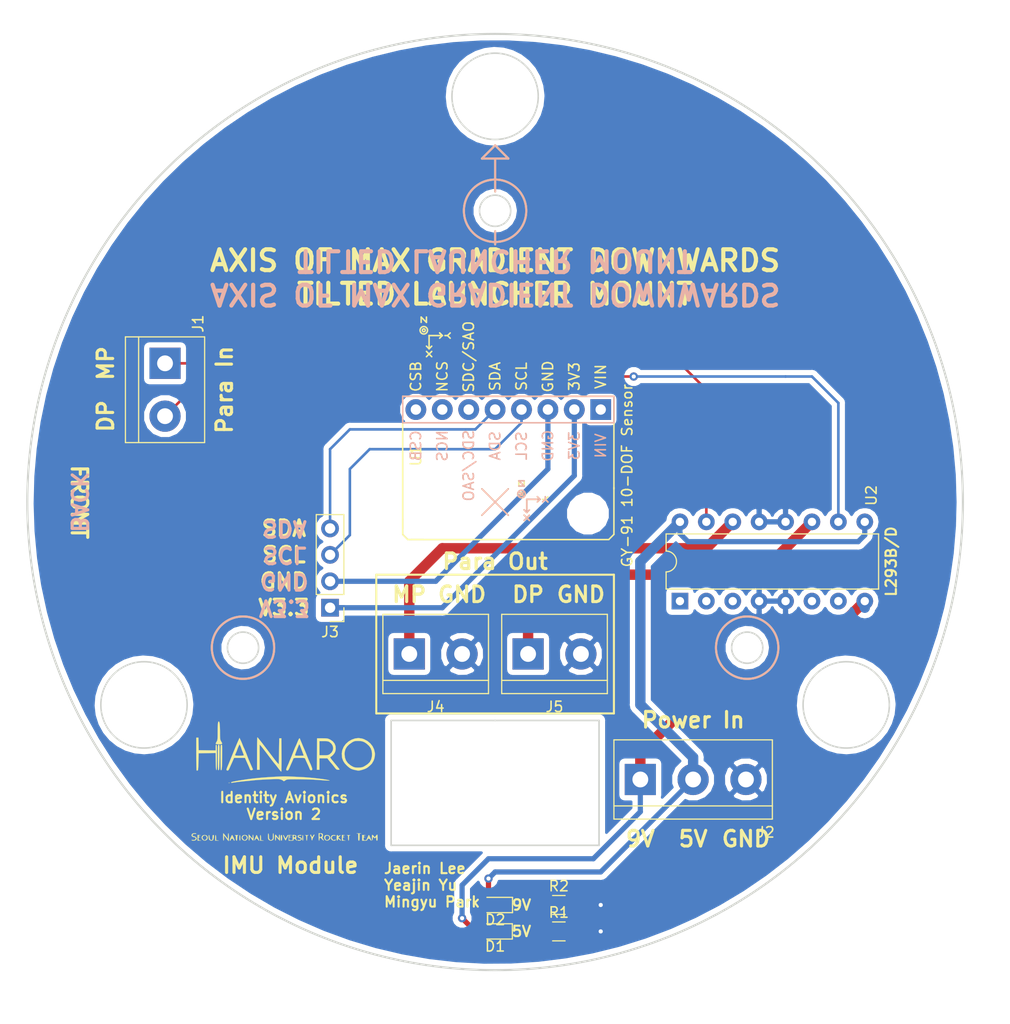
<source format=kicad_pcb>
(kicad_pcb (version 20171130) (host pcbnew "(5.0.0)")

  (general
    (thickness 1.6)
    (drawings 62)
    (tracks 72)
    (zones 0)
    (modules 12)
    (nets 23)
  )

  (page A4)
  (layers
    (0 F.Cu signal)
    (31 B.Cu signal)
    (32 B.Adhes user)
    (33 F.Adhes user)
    (34 B.Paste user)
    (35 F.Paste user)
    (36 B.SilkS user)
    (37 F.SilkS user)
    (38 B.Mask user)
    (39 F.Mask user)
    (40 Dwgs.User user)
    (41 Cmts.User user)
    (42 Eco1.User user)
    (43 Eco2.User user)
    (44 Edge.Cuts user)
    (45 Margin user)
    (46 B.CrtYd user)
    (47 F.CrtYd user)
    (48 B.Fab user)
    (49 F.Fab user)
  )

  (setup
    (last_trace_width 0.5)
    (user_trace_width 0.5)
    (user_trace_width 1)
    (trace_clearance 0.2)
    (zone_clearance 0.508)
    (zone_45_only no)
    (trace_min 0.2)
    (segment_width 0.2)
    (edge_width 0.15)
    (via_size 0.8)
    (via_drill 0.4)
    (via_min_size 0.4)
    (via_min_drill 0.3)
    (uvia_size 0.3)
    (uvia_drill 0.1)
    (uvias_allowed no)
    (uvia_min_size 0.2)
    (uvia_min_drill 0.1)
    (pcb_text_width 0.3)
    (pcb_text_size 1.5 1.5)
    (mod_edge_width 0.15)
    (mod_text_size 1 1)
    (mod_text_width 0.15)
    (pad_size 1.524 1.524)
    (pad_drill 0.762)
    (pad_to_mask_clearance 0.2)
    (aux_axis_origin 0 0)
    (visible_elements 7FFFFFFF)
    (pcbplotparams
      (layerselection 0x010ff_ffffffff)
      (usegerberextensions false)
      (usegerberattributes false)
      (usegerberadvancedattributes false)
      (creategerberjobfile false)
      (excludeedgelayer true)
      (linewidth 0.100000)
      (plotframeref false)
      (viasonmask false)
      (mode 1)
      (useauxorigin false)
      (hpglpennumber 1)
      (hpglpenspeed 20)
      (hpglpendiameter 15.000000)
      (psnegative false)
      (psa4output false)
      (plotreference true)
      (plotvalue true)
      (plotinvisibletext false)
      (padsonsilk false)
      (subtractmaskfromsilk false)
      (outputformat 1)
      (mirror false)
      (drillshape 0)
      (scaleselection 1)
      (outputdirectory ""))
  )

  (net 0 "")
  (net 1 "Net-(U2-Pad1)")
  (net 2 /5Vin)
  (net 3 "Net-(U2-Pad2)")
  (net 4 /DrogueIn)
  (net 5 "Net-(U2-Pad3)")
  (net 6 /DrogueOut)
  (net 7 /GND)
  (net 8 "Net-(U2-Pad6)")
  (net 9 /MainOut)
  (net 10 "Net-(U2-Pad7)")
  (net 11 /MainIn)
  (net 12 /9Vin)
  (net 13 "Net-(U1-Pad1)")
  (net 14 /GY91_VCC)
  (net 15 /GY91_GND)
  (net 16 /GY91_SCL)
  (net 17 /GY91_SDA)
  (net 18 "Net-(U1-Pad6)")
  (net 19 "Net-(U1-Pad7)")
  (net 20 "Net-(U1-Pad8)")
  (net 21 "Net-(D1-Pad1)")
  (net 22 "Net-(D2-Pad1)")

  (net_class Default "This is the default net class."
    (clearance 0.2)
    (trace_width 0.25)
    (via_dia 0.8)
    (via_drill 0.4)
    (uvia_dia 0.3)
    (uvia_drill 0.1)
    (add_net /5Vin)
    (add_net /9Vin)
    (add_net /DrogueIn)
    (add_net /DrogueOut)
    (add_net /GND)
    (add_net /GY91_GND)
    (add_net /GY91_SCL)
    (add_net /GY91_SDA)
    (add_net /GY91_VCC)
    (add_net /MainIn)
    (add_net /MainOut)
    (add_net "Net-(D1-Pad1)")
    (add_net "Net-(D2-Pad1)")
    (add_net "Net-(U1-Pad1)")
    (add_net "Net-(U1-Pad6)")
    (add_net "Net-(U1-Pad7)")
    (add_net "Net-(U1-Pad8)")
    (add_net "Net-(U2-Pad1)")
    (add_net "Net-(U2-Pad2)")
    (add_net "Net-(U2-Pad3)")
    (add_net "Net-(U2-Pad6)")
    (add_net "Net-(U2-Pad7)")
  )

  (module Arduino:GY-91 (layer F.Cu) (tedit 5B7C0F7D) (tstamp 5B7D7398)
    (at 10.16 -8.89 270)
    (path /5B7AEE7F)
    (fp_text reference U1 (at 4.445 17.78 270) (layer F.SilkS)
      (effects (font (size 1 1) (thickness 0.15)))
    )
    (fp_text value GY-91 (at 1.27 -2.54 270) (layer F.Fab)
      (effects (font (size 1 1) (thickness 0.15)))
    )
    (fp_line (start -1.27 -1.27) (end 1.27 -1.27) (layer B.SilkS) (width 0.15))
    (fp_line (start 1.27 -1.27) (end 1.27 19.05) (layer B.SilkS) (width 0.15))
    (fp_line (start 1.27 19.05) (end -1.27 19.05) (layer B.SilkS) (width 0.15))
    (fp_line (start -1.27 19.05) (end -1.27 -1.27) (layer B.SilkS) (width 0.15))
    (fp_text user "GY-91 10-DOF Sensor" (at 6.35 -2.54 90) (layer F.SilkS)
      (effects (font (size 1 1) (thickness 0.15)))
    )
    (fp_line (start -1.27 19.05) (end -1.27 -1.27) (layer F.SilkS) (width 0.15))
    (fp_text user VIN (at -3.175 0 270) (layer F.SilkS)
      (effects (font (size 1 1) (thickness 0.15)))
    )
    (fp_text user 3V3 (at -3.175 2.54 270) (layer F.SilkS)
      (effects (font (size 1 1) (thickness 0.15)))
    )
    (fp_text user GND (at -3.175 5.08 270) (layer F.SilkS)
      (effects (font (size 1 1) (thickness 0.15)))
    )
    (fp_text user SCL (at -3.175 7.62 270) (layer F.SilkS)
      (effects (font (size 1 1) (thickness 0.15)))
    )
    (fp_text user SDA (at -3.175 10.16 270) (layer F.SilkS)
      (effects (font (size 1 1) (thickness 0.15)))
    )
    (fp_text user SDC/SAO (at -5.08 12.7 270) (layer F.SilkS)
      (effects (font (size 1 1) (thickness 0.15)))
    )
    (fp_text user NCS (at -3.175 15.24 270) (layer F.SilkS)
      (effects (font (size 1 1) (thickness 0.15)))
    )
    (fp_text user CSB (at -3.175 17.78 270) (layer F.SilkS)
      (effects (font (size 1 1) (thickness 0.15)))
    )
    (fp_text user NCS (at 3.482535 15.24 90) (layer B.SilkS)
      (effects (font (size 1 1) (thickness 0.15)) (justify mirror))
    )
    (fp_text user 3V3 (at 3.482535 2.54 90) (layer B.SilkS)
      (effects (font (size 1 1) (thickness 0.15)) (justify mirror))
    )
    (fp_text user SCL (at 3.482535 7.62 90) (layer B.SilkS)
      (effects (font (size 1 1) (thickness 0.15)) (justify mirror))
    )
    (fp_text user CSB (at 3.482535 17.78 90) (layer B.SilkS)
      (effects (font (size 1 1) (thickness 0.15)) (justify mirror))
    )
    (fp_text user SDA (at 3.482535 10.16 90) (layer B.SilkS)
      (effects (font (size 1 1) (thickness 0.15)) (justify mirror))
    )
    (fp_text user GND (at 3.482535 5.08 90) (layer B.SilkS)
      (effects (font (size 1 1) (thickness 0.15)) (justify mirror))
    )
    (fp_text user VIN (at 3.482535 0 90) (layer B.SilkS)
      (effects (font (size 1 1) (thickness 0.15)) (justify mirror))
    )
    (fp_text user SDC/SAO (at 5.387535 12.7 90) (layer B.SilkS)
      (effects (font (size 1 1) (thickness 0.15)) (justify mirror))
    )
    (fp_line (start 12 -1.27) (end 12.5 -0.77) (layer F.SilkS) (width 0.15))
    (fp_line (start 12.5 -0.77) (end 12.5 18.23) (layer F.SilkS) (width 0.15))
    (fp_line (start -1.27 -1.27) (end 7.62 -1.27) (layer F.SilkS) (width 0.15))
    (fp_line (start -1.27 19.05) (end 11.43 19.05) (layer F.SilkS) (width 0.15))
    (fp_line (start 7.5 -1.27) (end 12 -1.27) (layer F.SilkS) (width 0.15))
    (fp_line (start 12.5 17.05) (end 12.5 18.55) (layer F.SilkS) (width 0.15))
    (fp_line (start 12.5 18.55) (end 12 19.05) (layer F.SilkS) (width 0.15))
    (fp_line (start 12 19.05) (end 10.5 19.05) (layer F.SilkS) (width 0.15))
    (fp_line (start 7.62 8.89) (end 10.16 11.43) (layer F.SilkS) (width 0.15))
    (fp_line (start 10.16 8.89) (end 7.62 11.43) (layer F.SilkS) (width 0.15))
    (fp_line (start 7.62 11.43) (end 10.16 8.89) (layer B.SilkS) (width 0.15))
    (fp_line (start 10.16 11.43) (end 7.62 8.89) (layer B.SilkS) (width 0.15))
    (fp_line (start 8.636 7.112) (end 8.636 5.842) (layer F.SilkS) (width 0.15))
    (fp_line (start 8.636 5.842) (end 8.382 6.096) (layer F.SilkS) (width 0.15))
    (fp_line (start 8.382 6.096) (end 8.636 5.842) (layer F.SilkS) (width 0.15))
    (fp_line (start 8.636 5.842) (end 8.89 6.096) (layer F.SilkS) (width 0.15))
    (fp_line (start 8.382 5.08) (end 8.636 5.334) (layer F.SilkS) (width 0.15))
    (fp_line (start 8.89 5.08) (end 8.636 5.334) (layer F.SilkS) (width 0.15))
    (fp_line (start 8.636 5.334) (end 8.636 5.588) (layer F.SilkS) (width 0.15))
    (fp_line (start 8.636 7.112) (end 9.906 7.112) (layer F.SilkS) (width 0.15))
    (fp_line (start 9.906 7.112) (end 9.652 6.858) (layer F.SilkS) (width 0.15))
    (fp_line (start 9.906 7.112) (end 9.652 7.366) (layer F.SilkS) (width 0.15))
    (fp_line (start 10.16 6.858) (end 10.668 7.366) (layer F.SilkS) (width 0.15))
    (fp_line (start 10.668 6.858) (end 10.16 7.366) (layer F.SilkS) (width 0.15))
    (fp_circle (center 8.128 7.62) (end 7.874 7.874) (layer F.SilkS) (width 0.15))
    (fp_circle (center 8.128 7.62) (end 8.128 7.6835) (layer F.SilkS) (width 0.15))
    (fp_line (start 6.858 7.366) (end 7.366 7.366) (layer F.SilkS) (width 0.15))
    (fp_line (start 7.366 7.366) (end 6.858 7.874) (layer F.SilkS) (width 0.15))
    (fp_line (start 6.858 7.874) (end 7.366 7.874) (layer F.SilkS) (width 0.15))
    (fp_line (start 9.641105 7.366) (end 9.895105 7.112) (layer B.SilkS) (width 0.15))
    (fp_line (start 8.625105 7.112) (end 9.895105 7.112) (layer B.SilkS) (width 0.15))
    (fp_line (start 9.895105 7.112) (end 9.641105 7.366) (layer B.SilkS) (width 0.15))
    (fp_line (start 9.895105 7.112) (end 9.641105 6.858) (layer B.SilkS) (width 0.15))
    (fp_line (start 8.879105 5.588) (end 8.625105 5.334) (layer B.SilkS) (width 0.15))
    (fp_line (start 8.879105 5.08) (end 8.625105 5.334) (layer B.SilkS) (width 0.15))
    (fp_line (start 8.625105 7.112) (end 8.625105 5.842) (layer B.SilkS) (width 0.15))
    (fp_line (start 8.625105 5.842) (end 8.879105 6.096) (layer B.SilkS) (width 0.15))
    (fp_line (start 8.625105 5.334) (end 8.371105 5.334) (layer B.SilkS) (width 0.15))
    (fp_line (start 8.625105 5.842) (end 8.371105 6.096) (layer B.SilkS) (width 0.15))
    (fp_line (start 10.657105 6.858) (end 10.149105 7.366) (layer B.SilkS) (width 0.15))
    (fp_circle (center 8.117105 7.62) (end 7.863105 7.874) (layer B.SilkS) (width 0.15))
    (fp_line (start 10.657105 7.366) (end 10.149105 6.858) (layer B.SilkS) (width 0.15))
    (fp_line (start 7.355105 7.874) (end 7.355105 7.366) (layer B.SilkS) (width 0.15))
    (fp_line (start 6.847105 7.874) (end 6.847105 7.366) (layer B.SilkS) (width 0.15))
    (fp_line (start 7.355105 7.366) (end 6.847105 7.874) (layer B.SilkS) (width 0.15))
    (fp_line (start -7.366 15.494) (end -7.112 15.24) (layer F.SilkS) (width 0.15))
    (fp_line (start -7.112 16.51) (end -7.112 15.24) (layer F.SilkS) (width 0.15))
    (fp_line (start -7.112 15.24) (end -7.366 15.494) (layer F.SilkS) (width 0.15))
    (fp_line (start -7.112 15.24) (end -6.858 15.494) (layer F.SilkS) (width 0.15))
    (fp_line (start -7.366 14.478) (end -7.112 14.732) (layer F.SilkS) (width 0.15))
    (fp_line (start -6.858 14.478) (end -7.112 14.732) (layer F.SilkS) (width 0.15))
    (fp_line (start -7.112 16.51) (end -5.842 16.51) (layer F.SilkS) (width 0.15))
    (fp_line (start -5.842 16.51) (end -6.096 16.256) (layer F.SilkS) (width 0.15))
    (fp_line (start -7.112 14.732) (end -7.112 14.986) (layer F.SilkS) (width 0.15))
    (fp_line (start -5.842 16.51) (end -6.096 16.764) (layer F.SilkS) (width 0.15))
    (fp_line (start -5.08 16.256) (end -5.588 16.764) (layer F.SilkS) (width 0.15))
    (fp_circle (center -7.62 17.018) (end -7.874 17.272) (layer F.SilkS) (width 0.15))
    (fp_line (start -5.588 16.256) (end -5.08 16.764) (layer F.SilkS) (width 0.15))
    (fp_line (start -8.89 16.764) (end -8.382 16.764) (layer F.SilkS) (width 0.15))
    (fp_circle (center -7.62 17.018) (end -7.62 17.0815) (layer F.SilkS) (width 0.15))
    (fp_line (start -8.89 17.272) (end -8.382 17.272) (layer F.SilkS) (width 0.15))
    (fp_line (start -8.382 16.764) (end -8.89 17.272) (layer F.SilkS) (width 0.15))
    (fp_line (start 7.874 7.366) (end 8.382 7.874) (layer B.SilkS) (width 0.15))
    (fp_line (start 8.382 7.366) (end 7.874 7.874) (layer B.SilkS) (width 0.15))
    (pad 1 thru_hole rect (at 0 0 270) (size 2 2) (drill 1) (layers *.Cu *.Mask)
      (net 13 "Net-(U1-Pad1)"))
    (pad 2 thru_hole circle (at 0 2.54 270) (size 2 2) (drill 1) (layers *.Cu *.Mask)
      (net 14 /GY91_VCC))
    (pad 3 thru_hole circle (at 0 5.08 270) (size 2 2) (drill 1) (layers *.Cu *.Mask)
      (net 15 /GY91_GND))
    (pad 4 thru_hole circle (at 0 7.62 270) (size 2 2) (drill 1) (layers *.Cu *.Mask)
      (net 16 /GY91_SCL))
    (pad 5 thru_hole circle (at 0 10.16 270) (size 2 2) (drill 1) (layers *.Cu *.Mask)
      (net 17 /GY91_SDA))
    (pad 6 thru_hole circle (at 0 12.7 270) (size 2 2) (drill 1) (layers *.Cu *.Mask)
      (net 18 "Net-(U1-Pad6)"))
    (pad 7 thru_hole circle (at 0 15.24 270) (size 2 2) (drill 1) (layers *.Cu *.Mask)
      (net 19 "Net-(U1-Pad7)"))
    (pad 8 thru_hole circle (at 0 17.78 270) (size 2 2) (drill 1) (layers *.Cu *.Mask)
      (net 20 "Net-(U1-Pad8)"))
    (pad "" np_thru_hole circle (at 10 1.23 270) (size 3 3) (drill 3) (layers *.Cu *.Mask))
    (pad "" np_thru_hole circle (at 10 16.55 270) (size 3 3) (drill 3) (layers *.Cu *.Mask))
  )

  (module Package_DIP:DIP-16_W7.62mm (layer F.Cu) (tedit 5A02E8C5) (tstamp 5B7D727D)
    (at 17.78 9.525 90)
    (descr "16-lead though-hole mounted DIP package, row spacing 7.62 mm (300 mils)")
    (tags "THT DIP DIL PDIP 2.54mm 7.62mm 300mil")
    (path /5B7AF2E4)
    (fp_text reference U2 (at 10.16 18.415 90) (layer F.SilkS)
      (effects (font (size 1 1) (thickness 0.15)))
    )
    (fp_text value L293 (at 3.81 20.11 90) (layer F.Fab)
      (effects (font (size 1 1) (thickness 0.15)))
    )
    (fp_arc (start 3.81 -1.33) (end 2.81 -1.33) (angle -180) (layer F.SilkS) (width 0.12))
    (fp_line (start 1.635 -1.27) (end 6.985 -1.27) (layer F.Fab) (width 0.1))
    (fp_line (start 6.985 -1.27) (end 6.985 19.05) (layer F.Fab) (width 0.1))
    (fp_line (start 6.985 19.05) (end 0.635 19.05) (layer F.Fab) (width 0.1))
    (fp_line (start 0.635 19.05) (end 0.635 -0.27) (layer F.Fab) (width 0.1))
    (fp_line (start 0.635 -0.27) (end 1.635 -1.27) (layer F.Fab) (width 0.1))
    (fp_line (start 2.81 -1.33) (end 1.16 -1.33) (layer F.SilkS) (width 0.12))
    (fp_line (start 1.16 -1.33) (end 1.16 19.11) (layer F.SilkS) (width 0.12))
    (fp_line (start 1.16 19.11) (end 6.46 19.11) (layer F.SilkS) (width 0.12))
    (fp_line (start 6.46 19.11) (end 6.46 -1.33) (layer F.SilkS) (width 0.12))
    (fp_line (start 6.46 -1.33) (end 4.81 -1.33) (layer F.SilkS) (width 0.12))
    (fp_line (start -1.1 -1.55) (end -1.1 19.3) (layer F.CrtYd) (width 0.05))
    (fp_line (start -1.1 19.3) (end 8.7 19.3) (layer F.CrtYd) (width 0.05))
    (fp_line (start 8.7 19.3) (end 8.7 -1.55) (layer F.CrtYd) (width 0.05))
    (fp_line (start 8.7 -1.55) (end -1.1 -1.55) (layer F.CrtYd) (width 0.05))
    (fp_text user %R (at 3.81 8.89 90) (layer F.Fab)
      (effects (font (size 1 1) (thickness 0.15)))
    )
    (pad 1 thru_hole rect (at 0 0 90) (size 1.6 1.6) (drill 0.8) (layers *.Cu *.Mask)
      (net 1 "Net-(U2-Pad1)"))
    (pad 9 thru_hole oval (at 7.62 17.78 90) (size 1.6 1.6) (drill 0.8) (layers *.Cu *.Mask)
      (net 2 /5Vin))
    (pad 2 thru_hole oval (at 0 2.54 90) (size 1.6 1.6) (drill 0.8) (layers *.Cu *.Mask)
      (net 3 "Net-(U2-Pad2)"))
    (pad 10 thru_hole oval (at 7.62 15.24 90) (size 1.6 1.6) (drill 0.8) (layers *.Cu *.Mask)
      (net 4 /DrogueIn))
    (pad 3 thru_hole oval (at 0 5.08 90) (size 1.6 1.6) (drill 0.8) (layers *.Cu *.Mask)
      (net 5 "Net-(U2-Pad3)"))
    (pad 11 thru_hole oval (at 7.62 12.7 90) (size 1.6 1.6) (drill 0.8) (layers *.Cu *.Mask)
      (net 6 /DrogueOut))
    (pad 4 thru_hole oval (at 0 7.62 90) (size 1.6 1.6) (drill 0.8) (layers *.Cu *.Mask)
      (net 7 /GND))
    (pad 12 thru_hole oval (at 7.62 10.16 90) (size 1.6 1.6) (drill 0.8) (layers *.Cu *.Mask)
      (net 7 /GND))
    (pad 5 thru_hole oval (at 0 10.16 90) (size 1.6 1.6) (drill 0.8) (layers *.Cu *.Mask)
      (net 7 /GND))
    (pad 13 thru_hole oval (at 7.62 7.62 90) (size 1.6 1.6) (drill 0.8) (layers *.Cu *.Mask)
      (net 7 /GND))
    (pad 6 thru_hole oval (at 0 12.7 90) (size 1.6 1.6) (drill 0.8) (layers *.Cu *.Mask)
      (net 8 "Net-(U2-Pad6)"))
    (pad 14 thru_hole oval (at 7.62 5.08 90) (size 1.6 1.6) (drill 0.8) (layers *.Cu *.Mask)
      (net 9 /MainOut))
    (pad 7 thru_hole oval (at 0 15.24 90) (size 1.6 1.6) (drill 0.8) (layers *.Cu *.Mask)
      (net 10 "Net-(U2-Pad7)"))
    (pad 15 thru_hole oval (at 7.62 2.54 90) (size 1.6 1.6) (drill 0.8) (layers *.Cu *.Mask)
      (net 11 /MainIn))
    (pad 8 thru_hole oval (at 0 17.78 90) (size 1.6 1.6) (drill 0.8) (layers *.Cu *.Mask)
      (net 12 /9Vin))
    (pad 16 thru_hole oval (at 7.62 0 90) (size 1.6 1.6) (drill 0.8) (layers *.Cu *.Mask)
      (net 2 /5Vin))
    (model ${KISYS3DMOD}/Package_DIP.3dshapes/DIP-16_W7.62mm.wrl
      (at (xyz 0 0 0))
      (scale (xyz 1 1 1))
      (rotate (xyz 0 0 0))
    )
  )

  (module LED_SMD:LED_0603_1608Metric_Pad1.05x0.95mm_HandSolder (layer F.Cu) (tedit 5B4B45C9) (tstamp 5B7D72D5)
    (at 0 41.275 180)
    (descr "LED SMD 0603 (1608 Metric), square (rectangular) end terminal, IPC_7351 nominal, (Body size source: http://www.tortai-tech.com/upload/download/2011102023233369053.pdf), generated with kicad-footprint-generator")
    (tags "LED handsolder")
    (path /5B7B72A7)
    (attr smd)
    (fp_text reference D1 (at 0 -1.43 180) (layer F.SilkS)
      (effects (font (size 1 1) (thickness 0.15)))
    )
    (fp_text value LED (at 0 1.43 180) (layer F.Fab)
      (effects (font (size 1 1) (thickness 0.15)))
    )
    (fp_line (start 0.8 -0.4) (end -0.5 -0.4) (layer F.Fab) (width 0.1))
    (fp_line (start -0.5 -0.4) (end -0.8 -0.1) (layer F.Fab) (width 0.1))
    (fp_line (start -0.8 -0.1) (end -0.8 0.4) (layer F.Fab) (width 0.1))
    (fp_line (start -0.8 0.4) (end 0.8 0.4) (layer F.Fab) (width 0.1))
    (fp_line (start 0.8 0.4) (end 0.8 -0.4) (layer F.Fab) (width 0.1))
    (fp_line (start 0.8 -0.735) (end -1.66 -0.735) (layer F.SilkS) (width 0.12))
    (fp_line (start -1.66 -0.735) (end -1.66 0.735) (layer F.SilkS) (width 0.12))
    (fp_line (start -1.66 0.735) (end 0.8 0.735) (layer F.SilkS) (width 0.12))
    (fp_line (start -1.65 0.73) (end -1.65 -0.73) (layer F.CrtYd) (width 0.05))
    (fp_line (start -1.65 -0.73) (end 1.65 -0.73) (layer F.CrtYd) (width 0.05))
    (fp_line (start 1.65 -0.73) (end 1.65 0.73) (layer F.CrtYd) (width 0.05))
    (fp_line (start 1.65 0.73) (end -1.65 0.73) (layer F.CrtYd) (width 0.05))
    (fp_text user %R (at 0 0 180) (layer F.Fab)
      (effects (font (size 0.4 0.4) (thickness 0.06)))
    )
    (pad 1 smd roundrect (at -0.875 0 180) (size 1.05 0.95) (layers F.Cu F.Paste F.Mask) (roundrect_rratio 0.25)
      (net 21 "Net-(D1-Pad1)"))
    (pad 2 smd roundrect (at 0.875 0 180) (size 1.05 0.95) (layers F.Cu F.Paste F.Mask) (roundrect_rratio 0.25)
      (net 12 /9Vin))
    (model ${KISYS3DMOD}/LED_SMD.3dshapes/LED_0603_1608Metric.wrl
      (at (xyz 0 0 0))
      (scale (xyz 1 1 1))
      (rotate (xyz 0 0 0))
    )
  )

  (module LED_SMD:LED_0603_1608Metric_Pad1.05x0.95mm_HandSolder (layer F.Cu) (tedit 5B4B45C9) (tstamp 5B7D7236)
    (at 0.014 38.735 180)
    (descr "LED SMD 0603 (1608 Metric), square (rectangular) end terminal, IPC_7351 nominal, (Body size source: http://www.tortai-tech.com/upload/download/2011102023233369053.pdf), generated with kicad-footprint-generator")
    (tags "LED handsolder")
    (path /5B7B802B)
    (attr smd)
    (fp_text reference D2 (at 0 -1.43 180) (layer F.SilkS)
      (effects (font (size 1 1) (thickness 0.15)))
    )
    (fp_text value LED (at 0 1.43 180) (layer F.Fab)
      (effects (font (size 1 1) (thickness 0.15)))
    )
    (fp_text user %R (at 0 0 180) (layer F.Fab)
      (effects (font (size 0.4 0.4) (thickness 0.06)))
    )
    (fp_line (start 1.65 0.73) (end -1.65 0.73) (layer F.CrtYd) (width 0.05))
    (fp_line (start 1.65 -0.73) (end 1.65 0.73) (layer F.CrtYd) (width 0.05))
    (fp_line (start -1.65 -0.73) (end 1.65 -0.73) (layer F.CrtYd) (width 0.05))
    (fp_line (start -1.65 0.73) (end -1.65 -0.73) (layer F.CrtYd) (width 0.05))
    (fp_line (start -1.66 0.735) (end 0.8 0.735) (layer F.SilkS) (width 0.12))
    (fp_line (start -1.66 -0.735) (end -1.66 0.735) (layer F.SilkS) (width 0.12))
    (fp_line (start 0.8 -0.735) (end -1.66 -0.735) (layer F.SilkS) (width 0.12))
    (fp_line (start 0.8 0.4) (end 0.8 -0.4) (layer F.Fab) (width 0.1))
    (fp_line (start -0.8 0.4) (end 0.8 0.4) (layer F.Fab) (width 0.1))
    (fp_line (start -0.8 -0.1) (end -0.8 0.4) (layer F.Fab) (width 0.1))
    (fp_line (start -0.5 -0.4) (end -0.8 -0.1) (layer F.Fab) (width 0.1))
    (fp_line (start 0.8 -0.4) (end -0.5 -0.4) (layer F.Fab) (width 0.1))
    (pad 2 smd roundrect (at 0.875 0 180) (size 1.05 0.95) (layers F.Cu F.Paste F.Mask) (roundrect_rratio 0.25)
      (net 2 /5Vin))
    (pad 1 smd roundrect (at -0.875 0 180) (size 1.05 0.95) (layers F.Cu F.Paste F.Mask) (roundrect_rratio 0.25)
      (net 22 "Net-(D2-Pad1)"))
    (model ${KISYS3DMOD}/LED_SMD.3dshapes/LED_0603_1608Metric.wrl
      (at (xyz 0 0 0))
      (scale (xyz 1 1 1))
      (rotate (xyz 0 0 0))
    )
  )

  (module TerminalBlock:TerminalBlock_bornier-2_P5.08mm (layer F.Cu) (tedit 59FF03AB) (tstamp 5B7D730D)
    (at -31.75 -13.335 270)
    (descr "simple 2-pin terminal block, pitch 5.08mm, revamped version of bornier2")
    (tags "terminal block bornier2")
    (path /5B7AEA7A)
    (fp_text reference J1 (at -3.81 -3.175 270) (layer F.SilkS)
      (effects (font (size 1 1) (thickness 0.15)))
    )
    (fp_text value Conn_01x02 (at 2.54 5.08 270) (layer F.Fab)
      (effects (font (size 1 1) (thickness 0.15)))
    )
    (fp_text user %R (at 2.54 0 270) (layer F.Fab)
      (effects (font (size 1 1) (thickness 0.15)))
    )
    (fp_line (start -2.41 2.55) (end 7.49 2.55) (layer F.Fab) (width 0.1))
    (fp_line (start -2.46 -3.75) (end -2.46 3.75) (layer F.Fab) (width 0.1))
    (fp_line (start -2.46 3.75) (end 7.54 3.75) (layer F.Fab) (width 0.1))
    (fp_line (start 7.54 3.75) (end 7.54 -3.75) (layer F.Fab) (width 0.1))
    (fp_line (start 7.54 -3.75) (end -2.46 -3.75) (layer F.Fab) (width 0.1))
    (fp_line (start 7.62 2.54) (end -2.54 2.54) (layer F.SilkS) (width 0.12))
    (fp_line (start 7.62 3.81) (end 7.62 -3.81) (layer F.SilkS) (width 0.12))
    (fp_line (start 7.62 -3.81) (end -2.54 -3.81) (layer F.SilkS) (width 0.12))
    (fp_line (start -2.54 -3.81) (end -2.54 3.81) (layer F.SilkS) (width 0.12))
    (fp_line (start -2.54 3.81) (end 7.62 3.81) (layer F.SilkS) (width 0.12))
    (fp_line (start -2.71 -4) (end 7.79 -4) (layer F.CrtYd) (width 0.05))
    (fp_line (start -2.71 -4) (end -2.71 4) (layer F.CrtYd) (width 0.05))
    (fp_line (start 7.79 4) (end 7.79 -4) (layer F.CrtYd) (width 0.05))
    (fp_line (start 7.79 4) (end -2.71 4) (layer F.CrtYd) (width 0.05))
    (pad 1 thru_hole rect (at 0 0 270) (size 3 3) (drill 1.52) (layers *.Cu *.Mask)
      (net 11 /MainIn))
    (pad 2 thru_hole circle (at 5.08 0 270) (size 3 3) (drill 1.52) (layers *.Cu *.Mask)
      (net 4 /DrogueIn))
    (model ${KISYS3DMOD}/TerminalBlock.3dshapes/TerminalBlock_bornier-2_P5.08mm.wrl
      (offset (xyz 2.539999961853027 0 0))
      (scale (xyz 1 1 1))
      (rotate (xyz 0 0 0))
    )
  )

  (module TerminalBlock:TerminalBlock_bornier-3_P5.08mm (layer F.Cu) (tedit 59FF03B9) (tstamp 5B7D7473)
    (at 13.97 26.67)
    (descr "simple 3-pin terminal block, pitch 5.08mm, revamped version of bornier3")
    (tags "terminal block bornier3")
    (path /5B7AF513)
    (fp_text reference J2 (at 12.065 5.08) (layer F.SilkS)
      (effects (font (size 1 1) (thickness 0.15)))
    )
    (fp_text value Conn_01x03 (at 5.08 5.08) (layer F.Fab)
      (effects (font (size 1 1) (thickness 0.15)))
    )
    (fp_text user %R (at 5.08 0) (layer F.Fab)
      (effects (font (size 1 1) (thickness 0.15)))
    )
    (fp_line (start -2.47 2.55) (end 12.63 2.55) (layer F.Fab) (width 0.1))
    (fp_line (start -2.47 -3.75) (end 12.63 -3.75) (layer F.Fab) (width 0.1))
    (fp_line (start 12.63 -3.75) (end 12.63 3.75) (layer F.Fab) (width 0.1))
    (fp_line (start 12.63 3.75) (end -2.47 3.75) (layer F.Fab) (width 0.1))
    (fp_line (start -2.47 3.75) (end -2.47 -3.75) (layer F.Fab) (width 0.1))
    (fp_line (start -2.54 3.81) (end -2.54 -3.81) (layer F.SilkS) (width 0.12))
    (fp_line (start 12.7 3.81) (end 12.7 -3.81) (layer F.SilkS) (width 0.12))
    (fp_line (start -2.54 2.54) (end 12.7 2.54) (layer F.SilkS) (width 0.12))
    (fp_line (start -2.54 -3.81) (end 12.7 -3.81) (layer F.SilkS) (width 0.12))
    (fp_line (start -2.54 3.81) (end 12.7 3.81) (layer F.SilkS) (width 0.12))
    (fp_line (start -2.72 -4) (end 12.88 -4) (layer F.CrtYd) (width 0.05))
    (fp_line (start -2.72 -4) (end -2.72 4) (layer F.CrtYd) (width 0.05))
    (fp_line (start 12.88 4) (end 12.88 -4) (layer F.CrtYd) (width 0.05))
    (fp_line (start 12.88 4) (end -2.72 4) (layer F.CrtYd) (width 0.05))
    (pad 1 thru_hole rect (at 0 0) (size 3 3) (drill 1.52) (layers *.Cu *.Mask)
      (net 12 /9Vin))
    (pad 2 thru_hole circle (at 5.08 0) (size 3 3) (drill 1.52) (layers *.Cu *.Mask)
      (net 2 /5Vin))
    (pad 3 thru_hole circle (at 10.16 0) (size 3 3) (drill 1.52) (layers *.Cu *.Mask)
      (net 7 /GND))
    (model ${KISYS3DMOD}/TerminalBlock.3dshapes/TerminalBlock_bornier-3_P5.08mm.wrl
      (offset (xyz 5.079999923706055 0 0))
      (scale (xyz 1 1 1))
      (rotate (xyz 0 0 0))
    )
  )

  (module Connector_PinHeader_2.54mm:PinHeader_1x04_P2.54mm_Vertical (layer F.Cu) (tedit 59FED5CC) (tstamp 5B7D74B4)
    (at -15.875 10.16 180)
    (descr "Through hole straight pin header, 1x04, 2.54mm pitch, single row")
    (tags "Through hole pin header THT 1x04 2.54mm single row")
    (path /5B7AEB59)
    (fp_text reference J3 (at 0 -2.33 180) (layer F.SilkS)
      (effects (font (size 1 1) (thickness 0.15)))
    )
    (fp_text value Conn_01x04 (at 0 9.95 180) (layer F.Fab)
      (effects (font (size 1 1) (thickness 0.15)))
    )
    (fp_line (start -0.635 -1.27) (end 1.27 -1.27) (layer F.Fab) (width 0.1))
    (fp_line (start 1.27 -1.27) (end 1.27 8.89) (layer F.Fab) (width 0.1))
    (fp_line (start 1.27 8.89) (end -1.27 8.89) (layer F.Fab) (width 0.1))
    (fp_line (start -1.27 8.89) (end -1.27 -0.635) (layer F.Fab) (width 0.1))
    (fp_line (start -1.27 -0.635) (end -0.635 -1.27) (layer F.Fab) (width 0.1))
    (fp_line (start -1.33 8.95) (end 1.33 8.95) (layer F.SilkS) (width 0.12))
    (fp_line (start -1.33 1.27) (end -1.33 8.95) (layer F.SilkS) (width 0.12))
    (fp_line (start 1.33 1.27) (end 1.33 8.95) (layer F.SilkS) (width 0.12))
    (fp_line (start -1.33 1.27) (end 1.33 1.27) (layer F.SilkS) (width 0.12))
    (fp_line (start -1.33 0) (end -1.33 -1.33) (layer F.SilkS) (width 0.12))
    (fp_line (start -1.33 -1.33) (end 0 -1.33) (layer F.SilkS) (width 0.12))
    (fp_line (start -1.8 -1.8) (end -1.8 9.4) (layer F.CrtYd) (width 0.05))
    (fp_line (start -1.8 9.4) (end 1.8 9.4) (layer F.CrtYd) (width 0.05))
    (fp_line (start 1.8 9.4) (end 1.8 -1.8) (layer F.CrtYd) (width 0.05))
    (fp_line (start 1.8 -1.8) (end -1.8 -1.8) (layer F.CrtYd) (width 0.05))
    (fp_text user %R (at 0 3.81 270) (layer F.Fab)
      (effects (font (size 1 1) (thickness 0.15)))
    )
    (pad 1 thru_hole rect (at 0 0 180) (size 1.7 1.7) (drill 1) (layers *.Cu *.Mask)
      (net 14 /GY91_VCC))
    (pad 2 thru_hole oval (at 0 2.54 180) (size 1.7 1.7) (drill 1) (layers *.Cu *.Mask)
      (net 15 /GY91_GND))
    (pad 3 thru_hole oval (at 0 5.08 180) (size 1.7 1.7) (drill 1) (layers *.Cu *.Mask)
      (net 16 /GY91_SCL))
    (pad 4 thru_hole oval (at 0 7.62 180) (size 1.7 1.7) (drill 1) (layers *.Cu *.Mask)
      (net 17 /GY91_SDA))
    (model ${KISYS3DMOD}/Connector_PinHeader_2.54mm.3dshapes/PinHeader_1x04_P2.54mm_Vertical.wrl
      (at (xyz 0 0 0))
      (scale (xyz 1 1 1))
      (rotate (xyz 0 0 0))
    )
  )

  (module TerminalBlock:TerminalBlock_bornier-2_P5.08mm (layer F.Cu) (tedit 59FF03AB) (tstamp 5B7D71FC)
    (at -8.255 14.605)
    (descr "simple 2-pin terminal block, pitch 5.08mm, revamped version of bornier2")
    (tags "terminal block bornier2")
    (path /5B7B215F)
    (fp_text reference J4 (at 2.54 5.08) (layer F.SilkS)
      (effects (font (size 1 1) (thickness 0.15)))
    )
    (fp_text value Conn_01x02 (at 2.54 5.08) (layer F.Fab)
      (effects (font (size 1 1) (thickness 0.15)))
    )
    (fp_line (start 7.79 4) (end -2.71 4) (layer F.CrtYd) (width 0.05))
    (fp_line (start 7.79 4) (end 7.79 -4) (layer F.CrtYd) (width 0.05))
    (fp_line (start -2.71 -4) (end -2.71 4) (layer F.CrtYd) (width 0.05))
    (fp_line (start -2.71 -4) (end 7.79 -4) (layer F.CrtYd) (width 0.05))
    (fp_line (start -2.54 3.81) (end 7.62 3.81) (layer F.SilkS) (width 0.12))
    (fp_line (start -2.54 -3.81) (end -2.54 3.81) (layer F.SilkS) (width 0.12))
    (fp_line (start 7.62 -3.81) (end -2.54 -3.81) (layer F.SilkS) (width 0.12))
    (fp_line (start 7.62 3.81) (end 7.62 -3.81) (layer F.SilkS) (width 0.12))
    (fp_line (start 7.62 2.54) (end -2.54 2.54) (layer F.SilkS) (width 0.12))
    (fp_line (start 7.54 -3.75) (end -2.46 -3.75) (layer F.Fab) (width 0.1))
    (fp_line (start 7.54 3.75) (end 7.54 -3.75) (layer F.Fab) (width 0.1))
    (fp_line (start -2.46 3.75) (end 7.54 3.75) (layer F.Fab) (width 0.1))
    (fp_line (start -2.46 -3.75) (end -2.46 3.75) (layer F.Fab) (width 0.1))
    (fp_line (start -2.41 2.55) (end 7.49 2.55) (layer F.Fab) (width 0.1))
    (fp_text user %R (at 2.54 0) (layer F.Fab)
      (effects (font (size 1 1) (thickness 0.15)))
    )
    (pad 2 thru_hole circle (at 5.08 0) (size 3 3) (drill 1.52) (layers *.Cu *.Mask)
      (net 7 /GND))
    (pad 1 thru_hole rect (at 0 0) (size 3 3) (drill 1.52) (layers *.Cu *.Mask)
      (net 9 /MainOut))
    (model ${KISYS3DMOD}/TerminalBlock.3dshapes/TerminalBlock_bornier-2_P5.08mm.wrl
      (offset (xyz 2.539999961853027 0 0))
      (scale (xyz 1 1 1))
      (rotate (xyz 0 0 0))
    )
  )

  (module TerminalBlock:TerminalBlock_bornier-2_P5.08mm (layer F.Cu) (tedit 59FF03AB) (tstamp 5B7D74F6)
    (at 3.175 14.605)
    (descr "simple 2-pin terminal block, pitch 5.08mm, revamped version of bornier2")
    (tags "terminal block bornier2")
    (path /5B7B2248)
    (fp_text reference J5 (at 2.54 5.08) (layer F.SilkS)
      (effects (font (size 1 1) (thickness 0.15)))
    )
    (fp_text value Conn_01x02 (at 2.54 5.08) (layer F.Fab)
      (effects (font (size 1 1) (thickness 0.15)))
    )
    (fp_text user %R (at 2.54 0) (layer F.Fab)
      (effects (font (size 1 1) (thickness 0.15)))
    )
    (fp_line (start -2.41 2.55) (end 7.49 2.55) (layer F.Fab) (width 0.1))
    (fp_line (start -2.46 -3.75) (end -2.46 3.75) (layer F.Fab) (width 0.1))
    (fp_line (start -2.46 3.75) (end 7.54 3.75) (layer F.Fab) (width 0.1))
    (fp_line (start 7.54 3.75) (end 7.54 -3.75) (layer F.Fab) (width 0.1))
    (fp_line (start 7.54 -3.75) (end -2.46 -3.75) (layer F.Fab) (width 0.1))
    (fp_line (start 7.62 2.54) (end -2.54 2.54) (layer F.SilkS) (width 0.12))
    (fp_line (start 7.62 3.81) (end 7.62 -3.81) (layer F.SilkS) (width 0.12))
    (fp_line (start 7.62 -3.81) (end -2.54 -3.81) (layer F.SilkS) (width 0.12))
    (fp_line (start -2.54 -3.81) (end -2.54 3.81) (layer F.SilkS) (width 0.12))
    (fp_line (start -2.54 3.81) (end 7.62 3.81) (layer F.SilkS) (width 0.12))
    (fp_line (start -2.71 -4) (end 7.79 -4) (layer F.CrtYd) (width 0.05))
    (fp_line (start -2.71 -4) (end -2.71 4) (layer F.CrtYd) (width 0.05))
    (fp_line (start 7.79 4) (end 7.79 -4) (layer F.CrtYd) (width 0.05))
    (fp_line (start 7.79 4) (end -2.71 4) (layer F.CrtYd) (width 0.05))
    (pad 1 thru_hole rect (at 0 0) (size 3 3) (drill 1.52) (layers *.Cu *.Mask)
      (net 6 /DrogueOut))
    (pad 2 thru_hole circle (at 5.08 0) (size 3 3) (drill 1.52) (layers *.Cu *.Mask)
      (net 7 /GND))
    (model ${KISYS3DMOD}/TerminalBlock.3dshapes/TerminalBlock_bornier-2_P5.08mm.wrl
      (offset (xyz 2.539999961853027 0 0))
      (scale (xyz 1 1 1))
      (rotate (xyz 0 0 0))
    )
  )

  (module Resistor_SMD:R_1206_3216Metric_Pad1.42x1.75mm_HandSolder (layer F.Cu) (tedit 5B301BBD) (tstamp 5B7D7684)
    (at 6.1325 41.275)
    (descr "Resistor SMD 1206 (3216 Metric), square (rectangular) end terminal, IPC_7351 nominal with elongated pad for handsoldering. (Body size source: http://www.tortai-tech.com/upload/download/2011102023233369053.pdf), generated with kicad-footprint-generator")
    (tags "resistor handsolder")
    (path /5B7B730D)
    (attr smd)
    (fp_text reference R1 (at 0 -1.82) (layer F.SilkS)
      (effects (font (size 1 1) (thickness 0.15)))
    )
    (fp_text value R (at 0 1.82) (layer F.Fab)
      (effects (font (size 1 1) (thickness 0.15)))
    )
    (fp_line (start -1.6 0.8) (end -1.6 -0.8) (layer F.Fab) (width 0.1))
    (fp_line (start -1.6 -0.8) (end 1.6 -0.8) (layer F.Fab) (width 0.1))
    (fp_line (start 1.6 -0.8) (end 1.6 0.8) (layer F.Fab) (width 0.1))
    (fp_line (start 1.6 0.8) (end -1.6 0.8) (layer F.Fab) (width 0.1))
    (fp_line (start -0.602064 -0.91) (end 0.602064 -0.91) (layer F.SilkS) (width 0.12))
    (fp_line (start -0.602064 0.91) (end 0.602064 0.91) (layer F.SilkS) (width 0.12))
    (fp_line (start -2.45 1.12) (end -2.45 -1.12) (layer F.CrtYd) (width 0.05))
    (fp_line (start -2.45 -1.12) (end 2.45 -1.12) (layer F.CrtYd) (width 0.05))
    (fp_line (start 2.45 -1.12) (end 2.45 1.12) (layer F.CrtYd) (width 0.05))
    (fp_line (start 2.45 1.12) (end -2.45 1.12) (layer F.CrtYd) (width 0.05))
    (fp_text user %R (at 0 0) (layer F.Fab)
      (effects (font (size 0.8 0.8) (thickness 0.12)))
    )
    (pad 1 smd roundrect (at -1.4875 0) (size 1.425 1.75) (layers F.Cu F.Paste F.Mask) (roundrect_rratio 0.175439)
      (net 21 "Net-(D1-Pad1)"))
    (pad 2 smd roundrect (at 1.4875 0) (size 1.425 1.75) (layers F.Cu F.Paste F.Mask) (roundrect_rratio 0.175439)
      (net 7 /GND))
    (model ${KISYS3DMOD}/Resistor_SMD.3dshapes/R_1206_3216Metric.wrl
      (at (xyz 0 0 0))
      (scale (xyz 1 1 1))
      (rotate (xyz 0 0 0))
    )
  )

  (module Resistor_SMD:R_1206_3216Metric_Pad1.42x1.75mm_HandSolder (layer F.Cu) (tedit 5B301BBD) (tstamp 5B7D76B4)
    (at 6.1325 38.735)
    (descr "Resistor SMD 1206 (3216 Metric), square (rectangular) end terminal, IPC_7351 nominal with elongated pad for handsoldering. (Body size source: http://www.tortai-tech.com/upload/download/2011102023233369053.pdf), generated with kicad-footprint-generator")
    (tags "resistor handsolder")
    (path /5B7B8031)
    (attr smd)
    (fp_text reference R2 (at 0 -1.82) (layer F.SilkS)
      (effects (font (size 1 1) (thickness 0.15)))
    )
    (fp_text value R (at 0 1.82) (layer F.Fab)
      (effects (font (size 1 1) (thickness 0.15)))
    )
    (fp_text user %R (at 0 0) (layer F.Fab)
      (effects (font (size 0.8 0.8) (thickness 0.12)))
    )
    (fp_line (start 2.45 1.12) (end -2.45 1.12) (layer F.CrtYd) (width 0.05))
    (fp_line (start 2.45 -1.12) (end 2.45 1.12) (layer F.CrtYd) (width 0.05))
    (fp_line (start -2.45 -1.12) (end 2.45 -1.12) (layer F.CrtYd) (width 0.05))
    (fp_line (start -2.45 1.12) (end -2.45 -1.12) (layer F.CrtYd) (width 0.05))
    (fp_line (start -0.602064 0.91) (end 0.602064 0.91) (layer F.SilkS) (width 0.12))
    (fp_line (start -0.602064 -0.91) (end 0.602064 -0.91) (layer F.SilkS) (width 0.12))
    (fp_line (start 1.6 0.8) (end -1.6 0.8) (layer F.Fab) (width 0.1))
    (fp_line (start 1.6 -0.8) (end 1.6 0.8) (layer F.Fab) (width 0.1))
    (fp_line (start -1.6 -0.8) (end 1.6 -0.8) (layer F.Fab) (width 0.1))
    (fp_line (start -1.6 0.8) (end -1.6 -0.8) (layer F.Fab) (width 0.1))
    (pad 2 smd roundrect (at 1.4875 0) (size 1.425 1.75) (layers F.Cu F.Paste F.Mask) (roundrect_rratio 0.175439)
      (net 7 /GND))
    (pad 1 smd roundrect (at -1.4875 0) (size 1.425 1.75) (layers F.Cu F.Paste F.Mask) (roundrect_rratio 0.175439)
      (net 22 "Net-(D2-Pad1)"))
    (model ${KISYS3DMOD}/Resistor_SMD.3dshapes/R_1206_3216Metric.wrl
      (at (xyz 0 0 0))
      (scale (xyz 1 1 1))
      (rotate (xyz 0 0 0))
    )
  )

  (module Hanaro:Logo.Large (layer F.Cu) (tedit 0) (tstamp 5B7D761A)
    (at -20.32 24.13)
    (fp_text reference G*** (at 0 0) (layer F.SilkS) hide
      (effects (font (size 1.524 1.524) (thickness 0.3)))
    )
    (fp_text value LOGO (at 0.75 0) (layer F.SilkS) hide
      (effects (font (size 1.524 1.524) (thickness 0.3)))
    )
    (fp_poly (pts (xy -6.249698 -3.035815) (xy -6.214107 -2.994977) (xy -6.186164 -2.895031) (xy -6.1653 -2.730428)
      (xy -6.150945 -2.495619) (xy -6.14253 -2.185055) (xy -6.14015 -1.9685) (xy -6.137764 -1.712321)
      (xy -6.133172 -1.525269) (xy -6.124377 -1.391802) (xy -6.109383 -1.296381) (xy -6.086195 -1.223466)
      (xy -6.052816 -1.157516) (xy -6.031396 -1.121833) (xy -5.957259 -0.992976) (xy -5.933494 -0.912173)
      (xy -5.968717 -0.868282) (xy -6.071543 -0.850161) (xy -6.244166 -0.846666) (xy -6.422498 -0.85169)
      (xy -6.525324 -0.86772) (xy -6.56126 -0.896193) (xy -6.561508 -0.899583) (xy -6.539922 -0.966469)
      (xy -6.486314 -1.068231) (xy -6.466258 -1.100666) (xy -6.432624 -1.157735) (xy -6.407974 -1.217782)
      (xy -6.390896 -1.294488) (xy -6.379974 -1.401538) (xy -6.373796 -1.552615) (xy -6.370947 -1.761402)
      (xy -6.370027 -2.032) (xy -6.36708 -2.372514) (xy -6.358823 -2.635074) (xy -6.344465 -2.826272)
      (xy -6.323217 -2.9527) (xy -6.294287 -3.020951) (xy -6.256886 -3.037615) (xy -6.249698 -3.035815)) (layer F.SilkS) (width 0.01))
    (fp_poly (pts (xy 3.923792 -1.416893) (xy 4.080697 -1.410623) (xy 4.196819 -1.395686) (xy 4.294095 -1.368408)
      (xy 4.39446 -1.325119) (xy 4.462853 -1.291166) (xy 4.704042 -1.127162) (xy 4.874811 -0.918959)
      (xy 4.971987 -0.673806) (xy 4.992394 -0.398947) (xy 4.953593 -0.170868) (xy 4.875573 -0.000776)
      (xy 4.744056 0.171408) (xy 4.583911 0.315731) (xy 4.510475 0.36286) (xy 4.480496 0.383324)
      (xy 4.467763 0.410002) (xy 4.478037 0.451987) (xy 4.517075 0.518375) (xy 4.590638 0.61826)
      (xy 4.704485 0.760739) (xy 4.864373 0.954905) (xy 4.953 1.061712) (xy 5.120185 1.262952)
      (xy 5.238476 1.407735) (xy 5.312393 1.505296) (xy 5.346454 1.564872) (xy 5.345178 1.595698)
      (xy 5.313084 1.60701) (xy 5.254691 1.608045) (xy 5.220082 1.607613) (xy 5.133542 1.601158)
      (xy 5.064497 1.573517) (xy 4.993269 1.510274) (xy 4.900181 1.397017) (xy 4.858898 1.343029)
      (xy 4.744207 1.19556) (xy 4.631749 1.057066) (xy 4.544923 0.956328) (xy 4.541398 0.9525)
      (xy 4.438215 0.833852) (xy 4.329143 0.698201) (xy 4.305262 0.66675) (xy 4.186691 0.508)
      (xy 3.429 0.508) (xy 3.429 1.608667) (xy 3.173931 1.608667) (xy 3.185049 0.09525)
      (xy 3.194145 -1.143) (xy 3.429 -1.143) (xy 3.429 0.211667) (xy 3.846073 0.211667)
      (xy 4.047164 0.209254) (xy 4.185616 0.199501) (xy 4.283383 0.178633) (xy 4.362416 0.142876)
      (xy 4.405982 0.115409) (xy 4.594615 -0.054443) (xy 4.707312 -0.256457) (xy 4.741334 -0.465666)
      (xy 4.700976 -0.692595) (xy 4.581913 -0.892159) (xy 4.405982 -1.046742) (xy 4.327888 -1.092327)
      (xy 4.243168 -1.12094) (xy 4.129872 -1.136357) (xy 3.966045 -1.142352) (xy 3.846073 -1.143)
      (xy 3.429 -1.143) (xy 3.194145 -1.143) (xy 3.196167 -1.418166) (xy 3.704167 -1.418166)
      (xy 3.923792 -1.416893)) (layer F.SilkS) (width 0.01))
    (fp_poly (pts (xy -5.985971 -0.802038) (xy -5.966668 -0.789068) (xy -5.952216 -0.7563) (xy -5.94206 -0.694608)
      (xy -5.935642 -0.594869) (xy -5.932405 -0.447959) (xy -5.931792 -0.244751) (xy -5.933246 0.023877)
      (xy -5.936211 0.367051) (xy -5.936601 0.409239) (xy -5.940849 0.7812) (xy -5.946479 1.075895)
      (xy -5.954282 1.300719) (xy -5.965053 1.463071) (xy -5.979586 1.570349) (xy -5.998673 1.629949)
      (xy -6.023109 1.64927) (xy -6.053688 1.635708) (xy -6.066896 1.62366) (xy -6.074408 1.575374)
      (xy -6.081202 1.453417) (xy -6.087015 1.268784) (xy -6.091588 1.032469) (xy -6.09466 0.755467)
      (xy -6.095971 0.448772) (xy -6.096 0.395111) (xy -6.095825 0.045532) (xy -6.094866 -0.228559)
      (xy -6.092469 -0.436336) (xy -6.087981 -0.586977) (xy -6.080751 -0.689659) (xy -6.070126 -0.753559)
      (xy -6.055451 -0.787853) (xy -6.036076 -0.801719) (xy -6.011347 -0.804333) (xy -6.010684 -0.804333)
      (xy -5.985971 -0.802038)) (layer F.SilkS) (width 0.01))
    (fp_poly (pts (xy -6.239971 -0.802038) (xy -6.220668 -0.789068) (xy -6.206216 -0.7563) (xy -6.19606 -0.694608)
      (xy -6.189642 -0.594869) (xy -6.186405 -0.447959) (xy -6.185792 -0.244751) (xy -6.187246 0.023877)
      (xy -6.190211 0.367051) (xy -6.190601 0.409239) (xy -6.194849 0.7812) (xy -6.200479 1.075895)
      (xy -6.208282 1.300719) (xy -6.219053 1.463071) (xy -6.233586 1.570349) (xy -6.252673 1.629949)
      (xy -6.277109 1.64927) (xy -6.307688 1.635708) (xy -6.320896 1.62366) (xy -6.328408 1.575374)
      (xy -6.335202 1.453417) (xy -6.341015 1.268784) (xy -6.345588 1.032469) (xy -6.34866 0.755467)
      (xy -6.349971 0.448772) (xy -6.35 0.395111) (xy -6.349825 0.045532) (xy -6.348866 -0.228559)
      (xy -6.346469 -0.436336) (xy -6.341981 -0.586977) (xy -6.334751 -0.689659) (xy -6.324126 -0.753559)
      (xy -6.309451 -0.787853) (xy -6.290076 -0.801719) (xy -6.265347 -0.804333) (xy -6.264684 -0.804333)
      (xy -6.239971 -0.802038)) (layer F.SilkS) (width 0.01))
    (fp_poly (pts (xy 7.51883 -1.394878) (xy 7.712417 -1.33038) (xy 8.040749 -1.157989) (xy 8.316135 -0.93106)
      (xy 8.531559 -0.659276) (xy 8.680007 -0.352325) (xy 8.754466 -0.01989) (xy 8.761965 0.118837)
      (xy 8.744969 0.336539) (xy 8.697374 0.555219) (xy 8.627772 0.740842) (xy 8.587233 0.810869)
      (xy 8.533167 0.895105) (xy 8.50908 0.945644) (xy 8.509 0.946827) (xy 8.478271 0.99975)
      (xy 8.398057 1.087465) (xy 8.286317 1.193582) (xy 8.161011 1.301711) (xy 8.040099 1.395462)
      (xy 7.958667 1.44906) (xy 7.819923 1.515082) (xy 7.643003 1.580659) (xy 7.45627 1.637253)
      (xy 7.288088 1.676322) (xy 7.16682 1.689327) (xy 7.161498 1.689083) (xy 7.084384 1.678103)
      (xy 6.9551 1.65384) (xy 6.826842 1.626976) (xy 6.620611 1.574158) (xy 6.457171 1.50921)
      (xy 6.306907 1.416243) (xy 6.140206 1.279366) (xy 6.083253 1.227996) (xy 5.860391 0.994345)
      (xy 5.707798 0.758583) (xy 5.613171 0.499874) (xy 5.590131 0.392753) (xy 5.571226 0.10151)
      (xy 5.842 0.10151) (xy 5.875255 0.430268) (xy 5.977287 0.71418) (xy 6.1515 0.958757)
      (xy 6.401296 1.169514) (xy 6.561667 1.267283) (xy 6.691678 1.333233) (xy 6.805471 1.371979)
      (xy 6.935004 1.390581) (xy 7.112232 1.396097) (xy 7.145437 1.396233) (xy 7.353112 1.390611)
      (xy 7.505455 1.369472) (xy 7.631121 1.328016) (xy 7.674603 1.307568) (xy 7.809347 1.231027)
      (xy 7.968068 1.128383) (xy 8.07156 1.054857) (xy 8.265975 0.864646) (xy 8.396556 0.62893)
      (xy 8.466154 0.341084) (xy 8.480115 0.105834) (xy 8.45228 -0.191808) (xy 8.363503 -0.448068)
      (xy 8.206386 -0.676591) (xy 7.973533 -0.89102) (xy 7.916334 -0.934066) (xy 7.732294 -1.050656)
      (xy 7.549767 -1.121542) (xy 7.339136 -1.155234) (xy 7.126451 -1.161094) (xy 6.944218 -1.156087)
      (xy 6.815256 -1.139835) (xy 6.708243 -1.104644) (xy 6.591856 -1.042816) (xy 6.554951 -1.020673)
      (xy 6.269395 -0.819991) (xy 6.062026 -0.608175) (xy 5.926368 -0.375032) (xy 5.855948 -0.110372)
      (xy 5.842 0.10151) (xy 5.571226 0.10151) (xy 5.567483 0.043861) (xy 5.624387 -0.290283)
      (xy 5.755924 -0.600732) (xy 5.95718 -0.878536) (xy 6.223236 -1.114749) (xy 6.510837 -1.282885)
      (xy 6.851659 -1.403767) (xy 7.185894 -1.441028) (xy 7.51883 -1.394878)) (layer F.SilkS) (width 0.01))
    (fp_poly (pts (xy 1.533573 -1.405982) (xy 1.550908 -1.367933) (xy 1.580455 -1.290799) (xy 1.635027 -1.155885)
      (xy 1.70626 -0.983213) (xy 1.785793 -0.792808) (xy 1.865261 -0.604694) (xy 1.936302 -0.438896)
      (xy 1.989624 -0.3175) (xy 2.034737 -0.212021) (xy 2.101434 -0.049629) (xy 2.180763 0.147622)
      (xy 2.263768 0.357679) (xy 2.264611 0.359834) (xy 2.344184 0.559593) (xy 2.41724 0.736564)
      (xy 2.47608 0.872515) (xy 2.513006 0.949221) (xy 2.514933 0.9525) (xy 2.555567 1.035395)
      (xy 2.610909 1.168378) (xy 2.664054 1.309241) (xy 2.714295 1.454138) (xy 2.736103 1.541059)
      (xy 2.730907 1.591256) (xy 2.700136 1.62598) (xy 2.686062 1.636607) (xy 2.596498 1.663718)
      (xy 2.520627 1.611122) (xy 2.473539 1.509594) (xy 2.444106 1.432856) (xy 2.387479 1.301586)
      (xy 2.313195 1.137532) (xy 2.266362 1.037167) (xy 2.185893 0.863541) (xy 2.117205 0.709682)
      (xy 2.069998 0.597601) (xy 2.056443 0.560917) (xy 2.040401 0.521875) (xy 2.011835 0.495281)
      (xy 1.956345 0.47875) (xy 1.859533 0.469894) (xy 1.707001 0.466329) (xy 1.484349 0.465667)
      (xy 1.481667 0.465667) (xy 1.25826 0.466304) (xy 1.105163 0.469805) (xy 1.00802 0.478555)
      (xy 0.952474 0.494942) (xy 0.924169 0.52135) (xy 0.90875 0.560166) (xy 0.908525 0.560917)
      (xy 0.876089 0.648766) (xy 0.820243 0.781962) (xy 0.762875 0.910167) (xy 0.679092 1.097295)
      (xy 0.590702 1.302944) (xy 0.543108 1.417975) (xy 0.466534 1.580187) (xy 0.395122 1.666038)
      (xy 0.320331 1.682719) (xy 0.260053 1.656232) (xy 0.230328 1.623257) (xy 0.22556 1.568154)
      (xy 0.249173 1.477321) (xy 0.304588 1.337158) (xy 0.386793 1.152523) (xy 0.447317 1.017111)
      (xy 0.490765 0.914625) (xy 0.507984 0.866678) (xy 0.508 0.866312) (xy 0.524181 0.818933)
      (xy 0.565177 0.722413) (xy 0.590529 0.666289) (xy 0.657576 0.513878) (xy 0.729761 0.340231)
      (xy 0.755625 0.275167) (xy 0.784408 0.20185) (xy 1.071619 0.20185) (xy 1.082211 0.229478)
      (xy 1.128043 0.245075) (xy 1.223448 0.252079) (xy 1.382757 0.253931) (xy 1.478814 0.254)
      (xy 1.657174 0.252492) (xy 1.798858 0.248425) (xy 1.886004 0.242483) (xy 1.905 0.237671)
      (xy 1.891183 0.192467) (xy 1.854137 0.086177) (xy 1.800473 -0.063049) (xy 1.7368 -0.237064)
      (xy 1.669728 -0.417716) (xy 1.605866 -0.586858) (xy 1.583335 -0.645583) (xy 1.535208 -0.759816)
      (xy 1.496773 -0.832591) (xy 1.483119 -0.846501) (xy 1.461449 -0.809721) (xy 1.417267 -0.711287)
      (xy 1.357629 -0.568878) (xy 1.289591 -0.400177) (xy 1.220209 -0.222863) (xy 1.156541 -0.054619)
      (xy 1.105641 0.086876) (xy 1.081936 0.15875) (xy 1.071619 0.20185) (xy 0.784408 0.20185)
      (xy 0.889507 -0.06586) (xy 0.994982 -0.329624) (xy 1.072939 -0.518299) (xy 1.124265 -0.634058)
      (xy 1.139451 -0.663912) (xy 1.17499 -0.738088) (xy 1.231042 -0.866581) (xy 1.297026 -1.02496)
      (xy 1.314834 -1.06884) (xy 1.39554 -1.258987) (xy 1.45568 -1.374482) (xy 1.500082 -1.421441)
      (xy 1.533573 -1.405982)) (layer F.SilkS) (width 0.01))
    (fp_poly (pts (xy -4.166243 -1.252343) (xy -4.088629 -1.082628) (xy -4.009778 -0.894379) (xy -3.980674 -0.819366)
      (xy -3.92603 -0.68046) (xy -3.876192 -0.565596) (xy -3.853021 -0.519524) (xy -3.812864 -0.437518)
      (xy -3.751341 -0.297109) (xy -3.677012 -0.119095) (xy -3.598436 0.075725) (xy -3.524172 0.266552)
      (xy -3.47369 0.402167) (xy -3.409953 0.567455) (xy -3.33254 0.753662) (xy -3.291565 0.846667)
      (xy -3.213203 1.021673) (xy -3.126077 1.219371) (xy -3.076654 1.333071) (xy -2.967295 1.586642)
      (xy -3.06044 1.636491) (xy -3.164693 1.659566) (xy -3.242753 1.602522) (xy -3.283835 1.509594)
      (xy -3.315732 1.424024) (xy -3.371342 1.292636) (xy -3.429306 1.164167) (xy -3.510651 0.985814)
      (xy -3.594448 0.797004) (xy -3.641545 0.687917) (xy -3.735759 0.465667) (xy -4.788351 0.465667)
      (xy -4.894044 0.709084) (xy -4.96155 0.862872) (xy -5.025109 1.004908) (xy -5.059348 1.0795)
      (xy -5.109156 1.188778) (xy -5.175254 1.337757) (xy -5.22415 1.449917) (xy -5.297291 1.598527)
      (xy -5.362259 1.674118) (xy -5.431317 1.685833) (xy -5.498802 1.654696) (xy -5.52115 1.623483)
      (xy -5.518063 1.563164) (xy -5.486025 1.459328) (xy -5.421524 1.297566) (xy -5.398302 1.242594)
      (xy -5.32492 1.068089) (xy -5.230187 0.839803) (xy -5.12432 0.582518) (xy -5.017538 0.321012)
      (xy -4.973168 0.211667) (xy -4.972482 0.20998) (xy -4.699 0.20998) (xy -4.658151 0.231509)
      (xy -4.541134 0.246287) (xy -4.35624 0.253451) (xy -4.275666 0.254) (xy -4.097971 0.250364)
      (xy -3.957002 0.240558) (xy -3.870679 0.22624) (xy -3.852333 0.214865) (xy -3.867169 0.159516)
      (xy -3.906551 0.047441) (xy -3.962793 -0.099797) (xy -3.979333 -0.141437) (xy -4.038682 -0.293959)
      (xy -4.083206 -0.416586) (xy -4.105236 -0.487934) (xy -4.106333 -0.495518) (xy -4.124141 -0.553776)
      (xy -4.168513 -0.653576) (xy -4.184951 -0.686635) (xy -4.263569 -0.84084) (xy -4.349606 -0.663836)
      (xy -4.417574 -0.509586) (xy -4.477784 -0.349989) (xy -4.488383 -0.3175) (xy -4.545259 -0.160637)
      (xy -4.613446 -0.004481) (xy -4.620062 0.008897) (xy -4.669795 0.11775) (xy -4.697163 0.196894)
      (xy -4.699 0.20998) (xy -4.972482 0.20998) (xy -4.804188 -0.203359) (xy -4.657943 -0.557128)
      (xy -4.526961 -0.867477) (xy -4.403769 -1.152245) (xy -4.361258 -1.248833) (xy -4.267696 -1.4605)
      (xy -4.166243 -1.252343)) (layer F.SilkS) (width 0.01))
    (fp_poly (pts (xy -8.203245 -0.878416) (xy -8.1915 -0.275166) (xy -6.561666 -0.252172) (xy -6.561666 -0.528252)
      (xy -6.557451 -0.682889) (xy -6.542386 -0.768954) (xy -6.512838 -0.802234) (xy -6.498166 -0.804333)
      (xy -6.479633 -0.795139) (xy -6.465019 -0.761787) (xy -6.453879 -0.695623) (xy -6.445767 -0.587993)
      (xy -6.440236 -0.430243) (xy -6.43684 -0.213718) (xy -6.435132 0.070234) (xy -6.434666 0.426861)
      (xy -6.435404 0.795823) (xy -6.437828 1.087431) (xy -6.442257 1.308989) (xy -6.44901 1.4678)
      (xy -6.458405 1.571165) (xy -6.47076 1.626388) (xy -6.486394 1.640772) (xy -6.487583 1.640451)
      (xy -6.507635 1.610037) (xy -6.523359 1.528474) (xy -6.535363 1.387907) (xy -6.544258 1.180476)
      (xy -6.550654 0.898325) (xy -6.552 0.810512) (xy -6.563501 -0.001822) (xy -7.3775 0.009673)
      (xy -8.1915 0.021167) (xy -8.212666 0.846141) (xy -8.220946 1.13507) (xy -8.229608 1.349928)
      (xy -8.239749 1.501308) (xy -8.252466 1.599803) (xy -8.268856 1.656007) (xy -8.290017 1.680511)
      (xy -8.299397 1.683688) (xy -8.374661 1.67842) (xy -8.394647 1.666575) (xy -8.401399 1.618877)
      (xy -8.407611 1.49609) (xy -8.413106 1.307792) (xy -8.417705 1.063558) (xy -8.421228 0.772966)
      (xy -8.423497 0.445593) (xy -8.424332 0.091016) (xy -8.424333 0.077611) (xy -8.424333 -1.481666)
      (xy -8.214991 -1.481666) (xy -8.203245 -0.878416)) (layer F.SilkS) (width 0.01))
    (fp_poly (pts (xy -2.513566 -1.488419) (xy -2.447465 -1.412416) (xy -2.344519 -1.285835) (xy -2.202299 -1.105579)
      (xy -2.018375 -0.86855) (xy -1.790318 -0.571648) (xy -1.515697 -0.211775) (xy -1.323162 0.041459)
      (xy -1.130694 0.294908) (xy -0.98247 0.489923) (xy -0.871461 0.635446) (xy -0.790636 0.740416)
      (xy -0.732965 0.813776) (xy -0.691417 0.864466) (xy -0.658963 0.901426) (xy -0.628572 0.933598)
      (xy -0.593215 0.969924) (xy -0.592666 0.970488) (xy -0.486833 1.0795) (xy -0.465666 -0.169333)
      (xy -0.4445 -1.418166) (xy -0.232833 -1.418166) (xy -0.221727 0.166694) (xy -0.220055 0.52515)
      (xy -0.220122 0.856897) (xy -0.221805 1.152423) (xy -0.224978 1.402219) (xy -0.229517 1.596775)
      (xy -0.235297 1.726581) (xy -0.242195 1.782126) (xy -0.242893 1.783186) (xy -0.279687 1.764848)
      (xy -0.353335 1.690241) (xy -0.451945 1.57232) (xy -0.529166 1.471332) (xy -0.646837 1.314863)
      (xy -0.754888 1.175883) (xy -0.837732 1.074225) (xy -0.867833 1.040444) (xy -0.917401 0.981823)
      (xy -1.008975 0.866428) (xy -1.13396 0.705369) (xy -1.283765 0.509758) (xy -1.449795 0.290704)
      (xy -1.525012 0.190771) (xy -1.697709 -0.037799) (xy -1.860165 -0.250278) (xy -2.003232 -0.434897)
      (xy -2.117763 -0.57989) (xy -2.194609 -0.67349) (xy -2.212929 -0.694098) (xy -2.328333 -0.816696)
      (xy -2.328333 1.608667) (xy -2.582333 1.608667) (xy -2.582333 0.038806) (xy -2.58137 -0.325309)
      (xy -2.578618 -0.656522) (xy -2.574282 -0.946201) (xy -2.568569 -1.185713) (xy -2.561684 -1.366427)
      (xy -2.553833 -1.479711) (xy -2.545253 -1.516944) (xy -2.513566 -1.488419)) (layer F.SilkS) (width 0.01))
    (fp_poly (pts (xy 0.285946 2.246108) (xy 0.48633 2.251553) (xy 0.720894 2.260624) (xy 1.002723 2.273445)
      (xy 1.344901 2.290138) (xy 1.693334 2.307483) (xy 2.035239 2.327796) (xy 2.39394 2.354945)
      (xy 2.757126 2.387479) (xy 3.112489 2.423947) (xy 3.44772 2.462898) (xy 3.75051 2.502883)
      (xy 4.00855 2.542449) (xy 4.20953 2.580147) (xy 4.341143 2.614525) (xy 4.360334 2.621821)
      (xy 4.390432 2.635151) (xy 4.404798 2.645104) (xy 4.395594 2.651383) (xy 4.354982 2.653689)
      (xy 4.275125 2.651725) (xy 4.148185 2.645194) (xy 3.966324 2.633798) (xy 3.721705 2.61724)
      (xy 3.406489 2.595222) (xy 3.1115 2.574414) (xy 2.848823 2.559115) (xy 2.526416 2.545432)
      (xy 2.169211 2.534119) (xy 1.80214 2.525932) (xy 1.450136 2.521626) (xy 1.354667 2.521211)
      (xy 1.031339 2.52073) (xy 0.78125 2.521562) (xy 0.592971 2.524619) (xy 0.455076 2.530814)
      (xy 0.356136 2.541059) (xy 0.284724 2.556266) (xy 0.229413 2.577347) (xy 0.178776 2.605214)
      (xy 0.16036 2.616541) (xy 0.00322 2.714249) (xy -0.117683 2.624861) (xy -0.248773 2.560452)
      (xy -0.423474 2.517517) (xy -0.468986 2.511694) (xy -0.584924 2.506798) (xy -0.770219 2.507382)
      (xy -1.009783 2.512753) (xy -1.288533 2.522218) (xy -1.591381 2.535084) (xy -1.903243 2.550657)
      (xy -2.209032 2.568245) (xy -2.493664 2.587153) (xy -2.742053 2.606688) (xy -2.92524 2.624579)
      (xy -3.123574 2.645758) (xy -3.368753 2.670387) (xy -3.623258 2.694754) (xy -3.767666 2.707957)
      (xy -4.310735 2.764619) (xy -4.838926 2.837894) (xy -4.963583 2.857684) (xy -5.047336 2.859969)
      (xy -5.08 2.839804) (xy -5.070268 2.813903) (xy -5.033843 2.789916) (xy -4.959877 2.765006)
      (xy -4.837522 2.736337) (xy -4.655933 2.701072) (xy -4.404262 2.656376) (xy -4.328418 2.643275)
      (xy -3.620044 2.531206) (xy -2.911219 2.439793) (xy -2.178529 2.366551) (xy -1.398556 2.308992)
      (xy -0.931333 2.28263) (xy -0.661246 2.268925) (xy -0.435489 2.258102) (xy -0.240975 2.250285)
      (xy -0.064622 2.245597) (xy 0.106657 2.244164) (xy 0.285946 2.246108)) (layer F.SilkS) (width 0.01))
    (fp_poly (pts (xy -5.218465 2.85309) (xy -5.231091 2.872331) (xy -5.274028 2.875325) (xy -5.319199 2.864986)
      (xy -5.299604 2.849748) (xy -5.233442 2.844702) (xy -5.218465 2.85309)) (layer F.SilkS) (width 0.01))
    (fp_poly (pts (xy 8.999569 7.870418) (xy 9.011845 7.972396) (xy 9.016973 8.116191) (xy 9.017 8.128)
      (xy 9.013266 8.289003) (xy 8.999838 8.38115) (xy 8.97338 8.420013) (xy 8.9535 8.424334)
      (xy 8.910107 8.397412) (xy 8.891577 8.307374) (xy 8.89 8.248439) (xy 8.887389 8.140284)
      (xy 8.872714 8.102861) (xy 8.835714 8.122255) (xy 8.812205 8.142948) (xy 8.751283 8.187548)
      (xy 8.703079 8.173853) (xy 8.653455 8.12338) (xy 8.5725 8.033408) (xy 8.551334 8.232876)
      (xy 8.533307 8.341844) (xy 8.51077 8.398827) (xy 8.498417 8.400116) (xy 8.480533 8.341318)
      (xy 8.47014 8.229159) (xy 8.467424 8.09432) (xy 8.472571 7.967483) (xy 8.485768 7.879328)
      (xy 8.495131 7.859647) (xy 8.536677 7.870911) (xy 8.607013 7.933121) (xy 8.636297 7.96618)
      (xy 8.748998 8.101177) (xy 8.848627 7.966422) (xy 8.919916 7.88069) (xy 8.973843 7.83434)
      (xy 8.982628 7.831667) (xy 8.999569 7.870418)) (layer F.SilkS) (width 0.01))
    (fp_poly (pts (xy 8.197931 7.897541) (xy 8.238794 7.973664) (xy 8.301057 8.11062) (xy 8.38865 8.316661)
      (xy 8.411435 8.371417) (xy 8.418857 8.421822) (xy 8.388923 8.420866) (xy 8.342314 8.378835)
      (xy 8.305036 8.3185) (xy 8.235887 8.234629) (xy 8.170193 8.212667) (xy 8.084808 8.251494)
      (xy 8.043334 8.3185) (xy 8.011142 8.3798) (xy 7.958455 8.4115) (xy 7.860699 8.423088)
      (xy 7.769215 8.424334) (xy 7.535334 8.424334) (xy 7.535334 7.874) (xy 7.736417 7.880775)
      (xy 7.841984 7.886065) (xy 7.866619 7.892946) (xy 7.814056 7.902819) (xy 7.799917 7.904624)
      (xy 7.700273 7.9362) (xy 7.663701 7.985838) (xy 7.695654 8.034066) (xy 7.757584 8.055791)
      (xy 7.852834 8.074137) (xy 7.757584 8.079902) (xy 7.692327 8.098235) (xy 7.665938 8.158952)
      (xy 7.662334 8.233834) (xy 7.669025 8.333189) (xy 7.705628 8.373939) (xy 7.796934 8.381991)
      (xy 7.804129 8.382) (xy 7.883178 8.376481) (xy 7.937059 8.347864) (xy 7.983057 8.278058)
      (xy 8.038459 8.148971) (xy 8.046813 8.128) (xy 8.064869 8.085667) (xy 8.149167 8.085667)
      (xy 8.152523 8.124676) (xy 8.167835 8.128) (xy 8.210944 8.09727) (xy 8.212667 8.085667)
      (xy 8.198223 8.044434) (xy 8.193999 8.043334) (xy 8.157856 8.072998) (xy 8.149167 8.085667)
      (xy 8.064869 8.085667) (xy 8.102354 7.997787) (xy 8.148727 7.906175) (xy 8.17454 7.874)
      (xy 8.197931 7.897541)) (layer F.SilkS) (width 0.01))
    (fp_poly (pts (xy 7.354532 7.720026) (xy 7.431978 7.724863) (xy 7.439723 7.73184) (xy 7.418917 7.735291)
      (xy 7.281334 7.752365) (xy 7.281334 8.088349) (xy 7.278303 8.261328) (xy 7.267315 8.364863)
      (xy 7.245519 8.414025) (xy 7.217834 8.424334) (xy 7.185141 8.408301) (xy 7.165573 8.350159)
      (xy 7.156282 8.234837) (xy 7.154334 8.088349) (xy 7.154334 7.752365) (xy 7.01675 7.735291)
      (xy 6.991185 7.727664) (xy 7.039833 7.721794) (xy 7.152242 7.718569) (xy 7.217834 7.718217)
      (xy 7.354532 7.720026)) (layer F.SilkS) (width 0.01))
    (fp_poly (pts (xy 6.342694 7.888958) (xy 6.401246 7.894945) (xy 6.387449 7.903402) (xy 6.38175 7.904322)
      (xy 6.316913 7.919262) (xy 6.282108 7.953291) (xy 6.268021 8.027917) (xy 6.265336 8.164651)
      (xy 6.265334 8.173145) (xy 6.258843 8.30729) (xy 6.241921 8.398112) (xy 6.223 8.424334)
      (xy 6.200393 8.38582) (xy 6.185086 8.285415) (xy 6.180667 8.173145) (xy 6.178294 8.032889)
      (xy 6.164967 7.955773) (xy 6.13137 7.920288) (xy 6.068187 7.904922) (xy 6.06425 7.904322)
      (xy 6.042719 7.895689) (xy 6.09464 7.889403) (xy 6.208808 7.88671) (xy 6.223 7.886686)
      (xy 6.342694 7.888958)) (layer F.SilkS) (width 0.01))
    (fp_poly (pts (xy 5.767917 7.880775) (xy 5.869661 7.885825) (xy 5.891139 7.891827) (xy 5.836736 7.901252)
      (xy 5.81025 7.904624) (xy 5.710606 7.9362) (xy 5.674034 7.985838) (xy 5.705988 8.034066)
      (xy 5.767917 8.055791) (xy 5.863167 8.074137) (xy 5.767917 8.079902) (xy 5.702219 8.098599)
      (xy 5.675992 8.160351) (xy 5.672667 8.231278) (xy 5.679645 8.327473) (xy 5.717279 8.372264)
      (xy 5.810615 8.391245) (xy 5.831417 8.393495) (xy 5.917747 8.403538) (xy 5.930133 8.409709)
      (xy 5.864428 8.414334) (xy 5.789084 8.417217) (xy 5.588 8.424334) (xy 5.588 7.874)
      (xy 5.767917 7.880775)) (layer F.SilkS) (width 0.01))
    (fp_poly (pts (xy 5.199624 7.907887) (xy 5.207 7.9375) (xy 5.223727 7.994166) (xy 5.277901 7.981354)
      (xy 5.34151 7.930704) (xy 5.409172 7.886522) (xy 5.444978 7.8862) (xy 5.433231 7.927042)
      (xy 5.371876 7.996216) (xy 5.349795 8.016049) (xy 5.22882 8.120107) (xy 5.375774 8.248412)
      (xy 5.456356 8.33012) (xy 5.493765 8.391584) (xy 5.491422 8.408022) (xy 5.444702 8.401567)
      (xy 5.365902 8.347453) (xy 5.337097 8.321467) (xy 5.214076 8.203606) (xy 5.199955 8.30007)
      (xy 5.168268 8.382998) (xy 5.132917 8.413962) (xy 5.102675 8.398616) (xy 5.085752 8.320861)
      (xy 5.080037 8.170274) (xy 5.08 8.152695) (xy 5.084147 7.997226) (xy 5.098983 7.910365)
      (xy 5.128098 7.876349) (xy 5.1435 7.874) (xy 5.199624 7.907887)) (layer F.SilkS) (width 0.01))
    (fp_poly (pts (xy 4.906572 7.88346) (xy 4.976035 7.919602) (xy 4.977983 7.922508) (xy 4.975703 7.952498)
      (xy 4.903637 7.94478) (xy 4.894946 7.94265) (xy 4.759447 7.941299) (xy 4.662182 7.999365)
      (xy 4.6137 8.096254) (xy 4.624545 8.21137) (xy 4.701368 8.320643) (xy 4.776785 8.372572)
      (xy 4.844203 8.362877) (xy 4.874824 8.345438) (xy 4.955667 8.311599) (xy 4.991788 8.328882)
      (xy 4.975908 8.379184) (xy 4.908824 8.417078) (xy 4.799474 8.419926) (xy 4.681723 8.389724)
      (xy 4.623753 8.358433) (xy 4.552877 8.263075) (xy 4.528809 8.132583) (xy 4.553987 8.003937)
      (xy 4.596191 7.940524) (xy 4.680669 7.895619) (xy 4.796123 7.876032) (xy 4.906572 7.88346)) (layer F.SilkS) (width 0.01))
    (fp_poly (pts (xy 4.28384 7.892564) (xy 4.378403 7.960284) (xy 4.399594 7.985543) (xy 4.472069 8.102583)
      (xy 4.473653 8.198461) (xy 4.403039 8.300249) (xy 4.383424 8.320424) (xy 4.253081 8.403802)
      (xy 4.1125 8.419593) (xy 3.986954 8.366688) (xy 3.957672 8.339121) (xy 3.896666 8.220928)
      (xy 3.890062 8.146367) (xy 3.976901 8.146367) (xy 3.994147 8.259574) (xy 4.053417 8.336276)
      (xy 4.122637 8.373221) (xy 4.170582 8.371286) (xy 4.235146 8.338697) (xy 4.322738 8.264974)
      (xy 4.360853 8.211697) (xy 4.381319 8.102375) (xy 4.337344 8.00803) (xy 4.249122 7.946024)
      (xy 4.136845 7.933722) (xy 4.065599 7.957811) (xy 4.001111 8.033587) (xy 3.976901 8.146367)
      (xy 3.890062 8.146367) (xy 3.88419 8.080085) (xy 3.922526 7.957046) (xy 3.935128 7.939756)
      (xy 4.017149 7.893262) (xy 4.144605 7.874039) (xy 4.150778 7.874) (xy 4.28384 7.892564)) (layer F.SilkS) (width 0.01))
    (fp_poly (pts (xy 3.623727 7.717304) (xy 3.708263 7.748418) (xy 3.716867 7.755467) (xy 3.759269 7.846976)
      (xy 3.762654 7.966121) (xy 3.726979 8.065516) (xy 3.717157 8.07691) (xy 3.694925 8.128405)
      (xy 3.725899 8.204025) (xy 3.763219 8.258037) (xy 3.826903 8.361608) (xy 3.83323 8.410926)
      (xy 3.792509 8.402627) (xy 3.71505 8.333344) (xy 3.675243 8.28675) (xy 3.56598 8.170167)
      (xy 3.488322 8.131701) (xy 3.442592 8.171369) (xy 3.429 8.276167) (xy 3.418367 8.374101)
      (xy 3.392223 8.423054) (xy 3.386667 8.424334) (xy 3.366051 8.384538) (xy 3.351451 8.275085)
      (xy 3.344622 8.110877) (xy 3.344334 8.0645) (xy 3.344334 7.916334) (xy 3.429 7.916334)
      (xy 3.434177 8.026993) (xy 3.457599 8.074281) (xy 3.511106 8.079249) (xy 3.519927 8.078028)
      (xy 3.615586 8.03424) (xy 3.657294 7.990417) (xy 3.676847 7.893309) (xy 3.628826 7.806354)
      (xy 3.528714 7.756127) (xy 3.519927 7.754639) (xy 3.462103 7.756012) (xy 3.435756 7.797229)
      (xy 3.429048 7.899342) (xy 3.429 7.916334) (xy 3.344334 7.916334) (xy 3.344334 7.704667)
      (xy 3.5052 7.704667) (xy 3.623727 7.717304)) (layer F.SilkS) (width 0.01))
    (fp_poly (pts (xy 2.942529 7.877076) (xy 2.899172 7.97414) (xy 2.863971 8.033083) (xy 2.795665 8.161583)
      (xy 2.75106 8.283105) (xy 2.744499 8.316311) (xy 2.725093 8.389206) (xy 2.69875 8.400173)
      (xy 2.67579 8.338334) (xy 2.665654 8.237361) (xy 2.644553 8.114848) (xy 2.602154 8.024659)
      (xy 2.553243 7.938674) (xy 2.54 7.887076) (xy 2.56471 7.837545) (xy 2.608312 7.84186)
      (xy 2.626013 7.884584) (xy 2.650955 7.958086) (xy 2.688179 8.01785) (xy 2.734335 8.069772)
      (xy 2.763242 8.053926) (xy 2.790054 7.990212) (xy 2.837354 7.898801) (xy 2.878872 7.852707)
      (xy 2.935944 7.834404) (xy 2.942529 7.877076)) (layer F.SilkS) (width 0.01))
    (fp_poly (pts (xy 2.321028 7.888958) (xy 2.379579 7.894945) (xy 2.365782 7.903402) (xy 2.360084 7.904322)
      (xy 2.295246 7.919262) (xy 2.260442 7.953291) (xy 2.246354 8.027917) (xy 2.243669 8.164651)
      (xy 2.243667 8.173145) (xy 2.237176 8.30729) (xy 2.220255 8.398112) (xy 2.201334 8.424334)
      (xy 2.178726 8.38582) (xy 2.163419 8.285415) (xy 2.159 8.173145) (xy 2.156628 8.032889)
      (xy 2.1433 7.955773) (xy 2.109703 7.920288) (xy 2.04652 7.904922) (xy 2.042584 7.904322)
      (xy 2.021052 7.895689) (xy 2.072974 7.889403) (xy 2.187142 7.88671) (xy 2.201334 7.886686)
      (xy 2.321028 7.888958)) (layer F.SilkS) (width 0.01))
    (fp_poly (pts (xy 1.842455 7.912879) (xy 1.857601 8.01587) (xy 1.862667 8.149167) (xy 1.861317 8.304478)
      (xy 1.8551 8.389351) (xy 1.840769 8.417996) (xy 1.815075 8.404626) (xy 1.806222 8.396111)
      (xy 1.787872 8.339123) (xy 1.779093 8.233358) (xy 1.77914 8.106461) (xy 1.787264 7.986073)
      (xy 1.80272 7.899838) (xy 1.820334 7.874) (xy 1.842455 7.912879)) (layer F.SilkS) (width 0.01))
    (fp_poly (pts (xy 1.681319 7.89538) (xy 1.693334 7.91714) (xy 1.659014 7.942165) (xy 1.598084 7.937885)
      (xy 1.499407 7.935613) (xy 1.427585 7.968235) (xy 1.407958 8.021792) (xy 1.415242 8.0386)
      (xy 1.477937 8.078723) (xy 1.523475 8.085667) (xy 1.611106 8.11322) (xy 1.693629 8.176781)
      (xy 1.735144 8.247698) (xy 1.735667 8.255) (xy 1.708773 8.31099) (xy 1.669143 8.35781)
      (xy 1.595035 8.398522) (xy 1.492435 8.420256) (xy 1.392006 8.421327) (xy 1.324414 8.400052)
      (xy 1.312334 8.377411) (xy 1.347375 8.349431) (xy 1.422216 8.358067) (xy 1.529806 8.35883)
      (xy 1.616736 8.317287) (xy 1.651 8.251027) (xy 1.61464 8.217062) (xy 1.526175 8.182828)
      (xy 1.516903 8.18034) (xy 1.388742 8.124621) (xy 1.326026 8.047574) (xy 1.337243 7.961495)
      (xy 1.351722 7.941049) (xy 1.418149 7.900851) (xy 1.516224 7.878371) (xy 1.614447 7.875812)
      (xy 1.681319 7.89538)) (layer F.SilkS) (width 0.01))
    (fp_poly (pts (xy 1.130474 7.898208) (xy 1.203957 7.966802) (xy 1.205047 8.073738) (xy 1.189964 8.113576)
      (xy 1.162152 8.206664) (xy 1.190802 8.278324) (xy 1.211703 8.303082) (xy 1.25629 8.371937)
      (xy 1.256222 8.409889) (xy 1.215113 8.399203) (xy 1.150346 8.337082) (xy 1.14052 8.324963)
      (xy 1.049722 8.236676) (xy 0.978042 8.217548) (xy 0.936894 8.267932) (xy 0.931334 8.3185)
      (xy 0.92529 8.379113) (xy 0.893345 8.410674) (xy 0.814782 8.4226) (xy 0.6985 8.424334)
      (xy 0.465667 8.424334) (xy 0.465667 7.874) (xy 0.645584 7.881117) (xy 0.8255 7.888233)
      (xy 0.66675 7.904839) (xy 0.555087 7.933565) (xy 0.509287 7.97912) (xy 0.533857 8.025476)
      (xy 0.624417 8.055345) (xy 0.740834 8.072981) (xy 0.624417 8.079324) (xy 0.545741 8.093811)
      (xy 0.513617 8.143102) (xy 0.508 8.233834) (xy 0.513127 8.328699) (xy 0.544779 8.370858)
      (xy 0.627367 8.381669) (xy 0.677334 8.382) (xy 0.846667 8.382) (xy 0.846667 8.022167)
      (xy 0.931334 8.022167) (xy 0.944389 8.103052) (xy 0.997617 8.123194) (xy 1.026584 8.120361)
      (xy 1.106225 8.078306) (xy 1.121834 8.022167) (xy 1.087246 7.946462) (xy 1.026584 7.923973)
      (xy 0.956043 7.929267) (xy 0.932426 7.988346) (xy 0.931334 8.022167) (xy 0.846667 8.022167)
      (xy 0.846667 7.874) (xy 0.98965 7.874) (xy 1.130474 7.898208)) (layer F.SilkS) (width 0.01))
    (fp_poly (pts (xy 0.422218 7.886401) (xy 0.423334 7.890051) (xy 0.405741 7.943596) (xy 0.361437 8.044418)
      (xy 0.303133 8.16653) (xy 0.243541 8.283949) (xy 0.195372 8.370688) (xy 0.173626 8.400514)
      (xy 0.141683 8.375707) (xy 0.090785 8.291053) (xy 0.038776 8.180282) (xy -0.017391 8.048312)
      (xy -0.060028 7.94819) (xy -0.077611 7.906959) (xy -0.061211 7.874937) (xy -0.05229 7.874)
      (xy -0.012504 7.909089) (xy 0.041328 7.997448) (xy 0.0635 8.043334) (xy 0.115124 8.145975)
      (xy 0.155701 8.206122) (xy 0.165776 8.212667) (xy 0.196729 8.177578) (xy 0.244202 8.08922)
      (xy 0.265055 8.043334) (xy 0.318632 7.940113) (xy 0.366906 7.880138) (xy 0.380874 7.874)
      (xy 0.422218 7.886401)) (layer F.SilkS) (width 0.01))
    (fp_poly (pts (xy -0.197215 7.89237) (xy -0.177418 7.958011) (xy -0.169798 8.086718) (xy -0.169333 8.149167)
      (xy -0.175592 8.315771) (xy -0.195987 8.404589) (xy -0.232945 8.421688) (xy -0.268111 8.396111)
      (xy -0.28335 8.341514) (xy -0.293597 8.229441) (xy -0.296333 8.120945) (xy -0.291206 7.975792)
      (xy -0.273087 7.898869) (xy -0.237869 7.874208) (xy -0.232833 7.874) (xy -0.197215 7.89237)) (layer F.SilkS) (width 0.01))
    (fp_poly (pts (xy -0.774328 7.864919) (xy -0.702008 7.946252) (xy -0.635 8.031349) (xy -0.486833 8.228414)
      (xy -0.47393 8.03004) (xy -0.457806 7.894299) (xy -0.435699 7.836729) (xy -0.412522 7.851543)
      (xy -0.393185 7.932949) (xy -0.382598 8.075157) (xy -0.381871 8.138584) (xy -0.382741 8.4455)
      (xy -0.570744 8.233834) (xy -0.758747 8.022167) (xy -0.760373 8.22325) (xy -0.769316 8.340494)
      (xy -0.790239 8.412962) (xy -0.804333 8.424334) (xy -0.826049 8.385179) (xy -0.841055 8.280236)
      (xy -0.846666 8.128288) (xy -0.846666 8.128) (xy -0.842518 7.982175) (xy -0.831601 7.876802)
      (xy -0.816205 7.833166) (xy -0.814916 7.832976) (xy -0.774328 7.864919)) (layer F.SilkS) (width 0.01))
    (fp_poly (pts (xy -0.994239 7.743792) (xy -0.979218 7.848527) (xy -0.973666 7.9986) (xy -0.977142 8.15937)
      (xy -0.991589 8.258675) (xy -1.023035 8.319568) (xy -1.067753 8.358433) (xy -1.171722 8.409136)
      (xy -1.248833 8.424334) (xy -1.349921 8.40041) (xy -1.429914 8.358433) (xy -1.4804 8.312342)
      (xy -1.508937 8.247667) (xy -1.521474 8.141486) (xy -1.524 7.996101) (xy -1.518527 7.834087)
      (xy -1.502884 7.742429) (xy -1.481666 7.725834) (xy -1.458749 7.77926) (xy -1.443376 7.890284)
      (xy -1.439333 7.996937) (xy -1.431797 8.154223) (xy -1.4046 8.253862) (xy -1.354255 8.318872)
      (xy -1.280507 8.369657) (xy -1.208795 8.36144) (xy -1.163755 8.339447) (xy -1.107496 8.301806)
      (xy -1.075786 8.249593) (xy -1.061709 8.160131) (xy -1.058346 8.010748) (xy -1.058333 7.993847)
      (xy -1.052614 7.844584) (xy -1.037344 7.741759) (xy -1.016 7.704667) (xy -0.994239 7.743792)) (layer F.SilkS) (width 0.01))
    (fp_poly (pts (xy -2.221064 7.912518) (xy -2.205759 8.012953) (xy -2.201333 8.125445) (xy -2.201333 8.376889)
      (xy -2.042583 8.393495) (xy -1.956253 8.403538) (xy -1.943867 8.409709) (xy -2.009572 8.414334)
      (xy -2.084916 8.417217) (xy -2.286 8.424334) (xy -2.286 8.149167) (xy -2.280018 8.005376)
      (xy -2.264174 7.906929) (xy -2.243666 7.874) (xy -2.221064 7.912518)) (layer F.SilkS) (width 0.01))
    (fp_poly (pts (xy -2.593847 7.909003) (xy -2.546627 7.997674) (xy -2.489335 8.115761) (xy -2.433351 8.238949)
      (xy -2.390056 8.342924) (xy -2.370828 8.403374) (xy -2.370666 8.405957) (xy -2.390543 8.430107)
      (xy -2.435477 8.40006) (xy -2.483425 8.331975) (xy -2.489964 8.3185) (xy -2.543234 8.254306)
      (xy -2.616853 8.21483) (xy -2.681868 8.209522) (xy -2.709333 8.246909) (xy -2.728058 8.30059)
      (xy -2.769717 8.360392) (xy -2.812539 8.400904) (xy -2.834749 8.396712) (xy -2.834987 8.393567)
      (xy -2.820948 8.326643) (xy -2.783912 8.218061) (xy -2.734425 8.09326) (xy -2.731049 8.085667)
      (xy -2.645833 8.085667) (xy -2.642477 8.124676) (xy -2.627165 8.128) (xy -2.584056 8.09727)
      (xy -2.582333 8.085667) (xy -2.596777 8.044434) (xy -2.601001 8.043334) (xy -2.637144 8.072998)
      (xy -2.645833 8.085667) (xy -2.731049 8.085667) (xy -2.683031 7.97768) (xy -2.640279 7.896757)
      (xy -2.619617 7.874059) (xy -2.593847 7.909003)) (layer F.SilkS) (width 0.01))
    (fp_poly (pts (xy -3.194269 8.021008) (xy -3.005666 8.231515) (xy -3.005666 8.029093) (xy -2.99795 7.906985)
      (xy -2.976639 7.852343) (xy -2.963333 7.852834) (xy -2.94299 7.902507) (xy -2.929088 8.005126)
      (xy -2.922115 8.134476) (xy -2.922557 8.264342) (xy -2.930902 8.368509) (xy -2.947635 8.420765)
      (xy -2.95275 8.422682) (xy -2.993111 8.390412) (xy -3.065028 8.308523) (xy -3.132666 8.221599)
      (xy -3.280833 8.022167) (xy -3.293736 8.22325) (xy -3.309782 8.360177) (xy -3.33179 8.418884)
      (xy -3.354822 8.405112) (xy -3.373938 8.324605) (xy -3.3842 8.183103) (xy -3.384769 8.117417)
      (xy -3.382872 7.8105) (xy -3.194269 8.021008)) (layer F.SilkS) (width 0.01))
    (fp_poly (pts (xy -3.635214 7.891952) (xy -3.541394 7.951417) (xy -3.480377 8.072453) (xy -3.486504 8.203094)
      (xy -3.548778 8.320355) (xy -3.656202 8.401248) (xy -3.767666 8.424334) (xy -3.880865 8.395682)
      (xy -3.971351 8.338018) (xy -4.051008 8.214245) (xy -4.050488 8.131024) (xy -3.979333 8.131024)
      (xy -3.952376 8.21251) (xy -3.889147 8.302451) (xy -3.816112 8.368005) (xy -3.777086 8.382)
      (xy -3.721102 8.359957) (xy -3.650086 8.3161) (xy -3.576247 8.222562) (xy -3.563483 8.109609)
      (xy -3.603948 8.003915) (xy -3.689796 7.932153) (xy -3.767666 7.916334) (xy -3.874333 7.953228)
      (xy -3.954911 8.042518) (xy -3.979333 8.131024) (xy -4.050488 8.131024) (xy -4.05013 8.07396)
      (xy -3.998099 7.968086) (xy -3.902562 7.897141) (xy -3.76985 7.871334) (xy -3.635214 7.891952)) (layer F.SilkS) (width 0.01))
    (fp_poly (pts (xy -4.211211 7.912879) (xy -4.196066 8.01587) (xy -4.191 8.149167) (xy -4.19235 8.304478)
      (xy -4.198566 8.389351) (xy -4.212897 8.417996) (xy -4.238592 8.404626) (xy -4.247444 8.396111)
      (xy -4.265795 8.339123) (xy -4.274574 8.233358) (xy -4.274527 8.106461) (xy -4.266402 7.986073)
      (xy -4.250947 7.899838) (xy -4.233333 7.874) (xy -4.211211 7.912879)) (layer F.SilkS) (width 0.01))
    (fp_poly (pts (xy -4.434833 7.888105) (xy -4.378327 7.894843) (xy -4.392083 7.903876) (xy -4.445561 7.922629)
      (xy -4.474214 7.966772) (xy -4.485593 8.057656) (xy -4.487333 8.173278) (xy -4.494473 8.331624)
      (xy -4.517421 8.411556) (xy -4.558466 8.418241) (xy -4.586111 8.396111) (xy -4.602058 8.340918)
      (xy -4.61229 8.230125) (xy -4.614333 8.145056) (xy -4.618528 8.013014) (xy -4.637093 7.942753)
      (xy -4.678999 7.911556) (xy -4.709583 7.903876) (xy -4.722444 7.894532) (xy -4.66347 7.887924)
      (xy -4.550833 7.88553) (xy -4.434833 7.888105)) (layer F.SilkS) (width 0.01))
    (fp_poly (pts (xy -4.950038 7.909076) (xy -4.902199 7.997631) (xy -4.845828 8.114655) (xy -4.792537 8.23514)
      (xy -4.753935 8.334077) (xy -4.741333 8.383255) (xy -4.759894 8.426205) (xy -4.800554 8.410518)
      (xy -4.840784 8.349502) (xy -4.850949 8.3185) (xy -4.900544 8.2327) (xy -4.974166 8.212667)
      (xy -5.060237 8.243392) (xy -5.097384 8.3185) (xy -5.131836 8.392776) (xy -5.174952 8.426562)
      (xy -5.204202 8.406559) (xy -5.207 8.383207) (xy -5.191139 8.322893) (xy -5.151113 8.219246)
      (xy -5.098259 8.097443) (xy -5.092684 8.085667) (xy -5.0165 8.085667) (xy -5.013143 8.124676)
      (xy -4.997832 8.128) (xy -4.954723 8.09727) (xy -4.953 8.085667) (xy -4.967443 8.044434)
      (xy -4.971668 8.043334) (xy -5.007811 8.072998) (xy -5.0165 8.085667) (xy -5.092684 8.085667)
      (xy -5.04391 7.982661) (xy -4.999403 7.900077) (xy -4.977737 7.874) (xy -4.950038 7.909076)) (layer F.SilkS) (width 0.01))
    (fp_poly (pts (xy -6.539064 7.912518) (xy -6.523759 8.012953) (xy -6.519333 8.125445) (xy -6.519333 8.376889)
      (xy -6.360583 8.393495) (xy -6.274253 8.403538) (xy -6.261867 8.409709) (xy -6.327572 8.414334)
      (xy -6.402916 8.417217) (xy -6.604 8.424334) (xy -6.604 8.149167) (xy -6.598018 8.005376)
      (xy -6.582174 7.906929) (xy -6.561666 7.874) (xy -6.539064 7.912518)) (layer F.SilkS) (width 0.01))
    (fp_poly (pts (xy -6.748773 7.8881) (xy -6.733289 7.943418) (xy -6.73814 8.059479) (xy -6.740431 8.084262)
      (xy -6.76277 8.22079) (xy -6.796483 8.328196) (xy -6.814501 8.359429) (xy -6.910192 8.416399)
      (xy -7.0307 8.417768) (xy -7.139691 8.366494) (xy -7.173099 8.330247) (xy -7.209484 8.244468)
      (xy -7.231737 8.12829) (xy -7.238431 8.009398) (xy -7.228134 7.915474) (xy -7.199416 7.874202)
      (xy -7.196666 7.874) (xy -7.17125 7.9118) (xy -7.156148 8.007279) (xy -7.154333 8.061476)
      (xy -7.134419 8.213125) (xy -7.08157 8.3209) (xy -7.006123 8.369158) (xy -6.954912 8.363268)
      (xy -6.890041 8.342146) (xy -6.875704 8.339667) (xy -6.866006 8.301366) (xy -6.859575 8.202573)
      (xy -6.858 8.106834) (xy -6.853044 7.968975) (xy -6.834642 7.897469) (xy -6.797491 7.874395)
      (xy -6.789114 7.874) (xy -6.748773 7.8881)) (layer F.SilkS) (width 0.01))
    (fp_poly (pts (xy -7.464926 7.90528) (xy -7.362118 7.994355) (xy -7.32375 8.134082) (xy -7.323666 8.141917)
      (xy -7.358889 8.277641) (xy -7.449438 8.372092) (xy -7.572634 8.416914) (xy -7.705797 8.403752)
      (xy -7.824287 8.326355) (xy -7.902407 8.194996) (xy -7.904333 8.131024) (xy -7.831666 8.131024)
      (xy -7.804709 8.21251) (xy -7.74148 8.302451) (xy -7.668446 8.368005) (xy -7.629419 8.382)
      (xy -7.573435 8.359957) (xy -7.502419 8.3161) (xy -7.42858 8.222562) (xy -7.415816 8.109609)
      (xy -7.456281 8.003915) (xy -7.54213 7.932153) (xy -7.62 7.916334) (xy -7.726666 7.953228)
      (xy -7.807244 8.042518) (xy -7.831666 8.131024) (xy -7.904333 8.131024) (xy -7.906316 8.065208)
      (xy -7.844579 7.956354) (xy -7.725762 7.887792) (xy -7.624161 7.874) (xy -7.464926 7.90528)) (layer F.SilkS) (width 0.01))
    (fp_poly (pts (xy -8.117416 7.880775) (xy -8.015672 7.885825) (xy -7.994194 7.891827) (xy -8.048598 7.901252)
      (xy -8.075083 7.904624) (xy -8.174727 7.9362) (xy -8.211299 7.985838) (xy -8.179346 8.034066)
      (xy -8.117416 8.055791) (xy -8.022166 8.074137) (xy -8.117416 8.079902) (xy -8.183114 8.098599)
      (xy -8.209341 8.160351) (xy -8.212666 8.231278) (xy -8.205688 8.327473) (xy -8.168054 8.372264)
      (xy -8.074718 8.391245) (xy -8.053916 8.393495) (xy -7.967587 8.403538) (xy -7.9552 8.409709)
      (xy -8.020906 8.414334) (xy -8.09625 8.417217) (xy -8.297333 8.424334) (xy -8.297333 7.874)
      (xy -8.117416 7.880775)) (layer F.SilkS) (width 0.01))
    (fp_poly (pts (xy -8.452476 7.720291) (xy -8.424333 7.750364) (xy -8.460101 7.777293) (xy -8.541574 7.77031)
      (xy -8.6601 7.769546) (xy -8.749874 7.812667) (xy -8.78869 7.885101) (xy -8.781941 7.928034)
      (xy -8.72169 7.986856) (xy -8.662057 8.001) (xy -8.546465 8.028335) (xy -8.444585 8.0955)
      (xy -8.38646 8.180236) (xy -8.382 8.208506) (xy -8.411657 8.294821) (xy -8.459417 8.354272)
      (xy -8.548762 8.399722) (xy -8.668717 8.421476) (xy -8.785097 8.417725) (xy -8.863719 8.386659)
      (xy -8.872454 8.376141) (xy -8.867525 8.346842) (xy -8.792193 8.348109) (xy -8.758536 8.353559)
      (xy -8.618716 8.35429) (xy -8.520394 8.308348) (xy -8.479799 8.226493) (xy -8.486846 8.173442)
      (xy -8.542256 8.103285) (xy -8.635829 8.085667) (xy -8.769085 8.05769) (xy -8.854859 7.986284)
      (xy -8.881939 7.890239) (xy -8.839113 7.788343) (xy -8.823476 7.771191) (xy -8.750813 7.732567)
      (xy -8.645018 7.710179) (xy -8.535702 7.705572) (xy -8.452476 7.720291)) (layer F.SilkS) (width 0.01))
    (fp_poly (pts (xy -5.313715 7.74463) (xy -5.299246 7.855254) (xy -5.292135 8.022642) (xy -5.291666 8.085667)
      (xy -5.293697 8.253458) (xy -5.299137 8.383545) (xy -5.307007 8.457038) (xy -5.311414 8.466667)
      (xy -5.344193 8.435298) (xy -5.414308 8.351742) (xy -5.50867 8.231823) (xy -5.544247 8.185187)
      (xy -5.757333 7.903707) (xy -5.757333 8.16402) (xy -5.76362 8.30188) (xy -5.780117 8.395624)
      (xy -5.799666 8.424334) (xy -5.820283 8.384538) (xy -5.834882 8.275085) (xy -5.841712 8.110877)
      (xy -5.842 8.0645) (xy -5.839855 7.901882) (xy -5.83413 7.777516) (xy -5.825893 7.710838)
      (xy -5.822252 7.704667) (xy -5.789474 7.736035) (xy -5.719358 7.819592) (xy -5.624996 7.939511)
      (xy -5.589419 7.986147) (xy -5.376333 8.267627) (xy -5.376333 7.986147) (xy -5.370473 7.839876)
      (xy -5.354892 7.73945) (xy -5.334 7.704667) (xy -5.313715 7.74463)) (layer F.SilkS) (width 0.01))
  )

  (gr_circle (center -33.77499 19.499999) (end -33.77499 23.649999) (layer Edge.Cuts) (width 0.15) (tstamp 5B81453E))
  (gr_circle (center 33.77499 19.499999) (end 33.77499 23.649999) (layer Edge.Cuts) (width 0.15) (tstamp 5B81453A))
  (gr_circle (center 24.248711 13.999999) (end 24.248711 10.999999) (layer B.SilkS) (width 0.2) (tstamp 5B7D793E))
  (gr_circle (center 0 -28) (end 0 -31) (layer B.SilkS) (width 0.2) (tstamp 5B7D7937))
  (gr_circle (center -24.248711 14) (end -24.248711 11) (layer B.SilkS) (width 0.2) (tstamp 5B7D7932))
  (gr_circle (center -24.248711 13.999999) (end -24.248711 16.999999) (layer F.SilkS) (width 0.2) (tstamp 5B7D792F))
  (gr_circle (center 24.248711 13.999999) (end 24.248711 16.999999) (layer F.SilkS) (width 0.2) (tstamp 5B7D792C))
  (gr_circle (center 0 -28) (end 0 -25) (layer F.SilkS) (width 0.2) (tstamp 5B7D7735))
  (gr_line (start 0.013067 -29.847704) (end 0.013067 -33.022704) (layer B.SilkS) (width 0.2) (tstamp 5B7D774A))
  (gr_line (start 1.283067 -33.022704) (end 0.013067 -34.292704) (layer B.SilkS) (width 0.2) (tstamp 5B7D7747))
  (gr_line (start 0.013067 -26.037704) (end 0.013067 -24.767704) (layer B.SilkS) (width 0.2) (tstamp 5B7D751F))
  (gr_line (start -1.256933 -33.022704) (end 0.013067 -34.292704) (layer B.SilkS) (width 0.2) (tstamp 5B7D7537))
  (gr_line (start 1.283067 -33.022704) (end -1.256933 -33.022704) (layer B.SilkS) (width 0.2) (tstamp 5B7D7522))
  (gr_text "AXIS OF MAX GRADIENT DOWNWARDS\nTILTED LAUNCHER MOUNT" (at 0.013067 -21.592704 180) (layer B.SilkS) (tstamp 5B7D753A)
    (effects (font (size 2 2) (thickness 0.4)) (justify mirror))
  )
  (gr_line (start 0 -29.845) (end 0 -33.02) (layer F.SilkS) (width 0.2) (tstamp 5B7D7750))
  (gr_line (start 0 -26.035) (end 0 -24.765) (layer F.SilkS) (width 0.2) (tstamp 5B7D774D))
  (gr_line (start -1.27 -33.02) (end 1.27 -33.02) (layer F.SilkS) (width 0.2) (tstamp 5B7D76D5))
  (gr_line (start 1.27 -33.02) (end 0 -34.29) (layer F.SilkS) (width 0.2) (tstamp 5B7D71DD))
  (gr_line (start -1.27 -33.02) (end 0 -34.29) (layer F.SilkS) (width 0.2) (tstamp 5B7D71E0))
  (gr_text "AXIS OF MAX GRADIENT DOWNWARDS\nTILTED LAUNCHER MOUNT" (at 0 -21.59) (layer F.SilkS) (tstamp 5B7D7567)
    (effects (font (size 2 2) (thickness 0.4)))
  )
  (gr_text BACK (at -40.005 0 270) (layer B.SilkS) (tstamp 5B7D756A)
    (effects (font (size 1.5 1.5) (thickness 0.3)) (justify mirror))
  )
  (gr_text FRONT (at -40.005 0 270) (layer F.SilkS) (tstamp 5B7D754F)
    (effects (font (size 1.5 1.5) (thickness 0.3)))
  )
  (gr_text L293B/D (at 38.1 5.715 90) (layer F.SilkS) (tstamp 5B7D7582)
    (effects (font (size 1 1) (thickness 0.2)))
  )
  (gr_text 9V (at 2.54 38.735) (layer F.SilkS) (tstamp 5B7D756D)
    (effects (font (size 1 1) (thickness 0.2)))
  )
  (gr_text 5V (at 2.54 41.275) (layer F.SilkS) (tstamp 5B7D7585)
    (effects (font (size 1 1) (thickness 0.2)))
  )
  (gr_line (start -11.43 20.32) (end -11.43 6.985) (layer F.SilkS) (width 0.2) (tstamp 5B7D71CE))
  (gr_line (start 11.43 20.32) (end -11.43 20.32) (layer F.SilkS) (width 0.2) (tstamp 5B7D71CB))
  (gr_line (start 11.43 6.985) (end 11.43 20.32) (layer F.SilkS) (width 0.2) (tstamp 5B7D71D4))
  (gr_line (start -11.43 6.985) (end 11.43 6.985) (layer F.SilkS) (width 0.2) (tstamp 5B7D71DA))
  (gr_text GND (at 8.255 8.89) (layer F.SilkS) (tstamp 5B7D755B)
    (effects (font (size 1.5 1.5) (thickness 0.3)))
  )
  (gr_text DP (at 3.175 8.89) (layer F.SilkS) (tstamp 5B7D757F)
    (effects (font (size 1.5 1.5) (thickness 0.3)))
  )
  (gr_text GND (at -3.175 8.89) (layer F.SilkS) (tstamp 5B7D754C)
    (effects (font (size 1.5 1.5) (thickness 0.3)))
  )
  (gr_text MP (at -8.255 8.89) (layer F.SilkS) (tstamp 5B7D757C)
    (effects (font (size 1.5 1.5) (thickness 0.3)))
  )
  (gr_text "Para Out" (at 0 5.715) (layer F.SilkS) (tstamp 5B7D7543)
    (effects (font (size 1.5 1.5) (thickness 0.3)))
  )
  (gr_text DP (at -37.465 -8.255 90) (layer F.SilkS) (tstamp 5B7D7564)
    (effects (font (size 1.5 1.5) (thickness 0.3)))
  )
  (gr_text MP (at -37.465 -13.335 90) (layer F.SilkS) (tstamp 5B7D7579)
    (effects (font (size 1.5 1.5) (thickness 0.3)))
  )
  (gr_text "Para In" (at -26.035 -10.795 90) (layer F.SilkS) (tstamp 5B7D7549)
    (effects (font (size 1.5 1.5) (thickness 0.3)))
  )
  (gr_text SCL (at -20.257672 5.107013 180) (layer B.SilkS) (tstamp 5B7D7576)
    (effects (font (size 1.5 1.5) (thickness 0.3)) (justify mirror))
  )
  (gr_text V3.3 (at -20.257672 10.187013 180) (layer B.SilkS) (tstamp 5B7D7558)
    (effects (font (size 1.5 1.5) (thickness 0.3)) (justify mirror))
  )
  (gr_text SDA (at -20.257672 2.567013 180) (layer B.SilkS) (tstamp 5B7D7561)
    (effects (font (size 1.5 1.5) (thickness 0.3)) (justify mirror))
  )
  (gr_text GND (at -20.257672 7.647013 180) (layer B.SilkS) (tstamp 5B7D7546)
    (effects (font (size 1.5 1.5) (thickness 0.3)) (justify mirror))
  )
  (gr_text SDA (at -20.32 2.54) (layer F.SilkS) (tstamp 5B7D7540)
    (effects (font (size 1.5 1.5) (thickness 0.3)))
  )
  (gr_text SCL (at -20.32 5.08) (layer F.SilkS) (tstamp 5B7D7570)
    (effects (font (size 1.5 1.5) (thickness 0.3)))
  )
  (gr_text GND (at -20.32 7.62) (layer F.SilkS) (tstamp 5B7D755E)
    (effects (font (size 1.5 1.5) (thickness 0.3)))
  )
  (gr_text V3.3 (at -20.32 10.16) (layer F.SilkS) (tstamp 5B7D7573)
    (effects (font (size 1.5 1.5) (thickness 0.3)))
  )
  (gr_text "IMU Module" (at -19.685 34.925) (layer F.SilkS) (tstamp 5B7D7555)
    (effects (font (size 1.5 1.5) (thickness 0.3)))
  )
  (gr_text "Jaerin Lee\nYeajin Yu\nMingyu Park" (at -10.795 36.83) (layer F.SilkS) (tstamp 5B7D7552)
    (effects (font (size 1 1) (thickness 0.2)) (justify left))
  )
  (gr_text "Identity Avionics\nVersion 2" (at -20.32 29.21) (layer F.SilkS) (tstamp 5B7D753D)
    (effects (font (size 1 1) (thickness 0.2)))
  )
  (gr_text GND (at 24.13 32.385) (layer F.SilkS) (tstamp 5B7D7744)
    (effects (font (size 1.5 1.5) (thickness 0.3)))
  )
  (gr_text 9V (at 13.97 32.385) (layer F.SilkS) (tstamp 5B7D75E5)
    (effects (font (size 1.5 1.5) (thickness 0.3)))
  )
  (gr_text 5V (at 19.05 32.385) (layer F.SilkS) (tstamp 5B8162BC)
    (effects (font (size 1.5 1.5) (thickness 0.3)))
  )
  (gr_text "Power In" (at 19.05 20.955) (layer F.SilkS) (tstamp 5B7D75EB)
    (effects (font (size 1.5 1.5) (thickness 0.3)))
  )
  (gr_line (start 10 21) (end 0 21) (layer Edge.Cuts) (width 0.15) (tstamp 5B7D71D7))
  (gr_line (start 10 33) (end 10 21) (layer Edge.Cuts) (width 0.15) (tstamp 5B7D71D1))
  (gr_line (start -10 33) (end 10 33) (layer Edge.Cuts) (width 0.15) (tstamp 5B7D71C8))
  (gr_line (start -10 21) (end -10 33) (layer Edge.Cuts) (width 0.15) (tstamp 5B7D71E6))
  (gr_line (start 0 21) (end -10 21) (layer Edge.Cuts) (width 0.15) (tstamp 5B7D71E3))
  (gr_circle (center -24.248711 13.999999) (end -24.248711 15.499999) (layer Edge.Cuts) (width 0.15) (tstamp 5B7D772F))
  (gr_circle (center 24.248711 13.999999) (end 24.248711 15.499999) (layer Edge.Cuts) (width 0.15) (tstamp 5B7D773E))
  (gr_circle (center 0 -39) (end 0 -34.85) (layer Edge.Cuts) (width 0.15) (tstamp 5B7D772C))
  (gr_circle (center 0 -28) (end 0 -26.5) (layer Edge.Cuts) (width 0.15) (tstamp 5B7D7732))
  (gr_circle (center 0 0) (end 0 45) (layer Edge.Cuts) (width 0.2) (tstamp 5B7D773B))

  (segment (start 19.05 26.67) (end 10.16 35.56) (width 0.5) (layer B.Cu) (net 2) (tstamp 5B7D7588))
  (segment (start 10.16 35.56) (end 0 35.56) (width 0.5) (layer B.Cu) (net 2) (tstamp 5B7D75B2))
  (via (at -0.635 36.195) (size 0.8) (drill 0.4) (layers F.Cu B.Cu) (net 2) (tstamp 5B7D75B8))
  (segment (start 0 35.56) (end -0.635 36.195) (width 0.5) (layer B.Cu) (net 2) (tstamp 5B7D75AF))
  (segment (start -0.635 38.509) (end -0.861 38.735) (width 0.5) (layer F.Cu) (net 2) (tstamp 5B7D75AC))
  (segment (start -0.635 36.195) (end -0.635 38.509) (width 0.5) (layer F.Cu) (net 2) (tstamp 5B7D7531))
  (segment (start 35.56 10.16) (end 35.56 9.525) (width 1) (layer B.Cu) (net 12))
  (segment (start -31.75 -8.255) (end -27.94 -12.065) (width 0.25) (layer F.Cu) (net 4) (tstamp 5B7D76E4))
  (segment (start -27.94 -12.065) (end 13.335 -12.065) (width 0.25) (layer F.Cu) (net 4) (tstamp 5B7D76F3))
  (via (at 13.335 -12.065) (size 0.8) (drill 0.4) (layers F.Cu B.Cu) (net 4) (tstamp 5B7D75B5))
  (segment (start 13.335 -12.065) (end 27.94 -12.065) (width 0.25) (layer B.Cu) (net 4) (tstamp 5B7D76DB))
  (segment (start 27.94 -12.065) (end 30.48 -12.065) (width 0.25) (layer B.Cu) (net 4))
  (segment (start 33.02 -9.525) (end 33.02 1.905) (width 0.25) (layer B.Cu) (net 4))
  (segment (start 30.48 -12.065) (end 33.02 -9.525) (width 0.25) (layer B.Cu) (net 4))
  (segment (start 25.4 6.985) (end 30.48 1.905) (width 1) (layer F.Cu) (net 6))
  (segment (start 6.35 6.985) (end 25.4 6.985) (width 1) (layer F.Cu) (net 6))
  (segment (start 3.175 14.605) (end 3.175 10.16) (width 1) (layer F.Cu) (net 6))
  (segment (start 3.175 10.16) (end 6.35 6.985) (width 1) (layer F.Cu) (net 6))
  (segment (start 7.62 41.275) (end 10.16 41.275) (width 0.25) (layer F.Cu) (net 7) (tstamp 5B7D76FF))
  (via (at 10.16 41.275) (size 0.8) (drill 0.4) (layers F.Cu B.Cu) (net 7) (tstamp 5B7D75C1))
  (segment (start 7.62 38.735) (end 10.16 38.735) (width 0.25) (layer F.Cu) (net 7) (tstamp 5B7D76FC))
  (via (at 10.16 38.735) (size 0.8) (drill 0.4) (layers F.Cu B.Cu) (net 7) (tstamp 5B7D75BE))
  (segment (start 20.32 4.445) (end 22.86 1.905) (width 1) (layer F.Cu) (net 9))
  (segment (start -5.08 4.445) (end 20.32 4.445) (width 1) (layer F.Cu) (net 9))
  (segment (start -8.255 14.605) (end -8.255 7.62) (width 1) (layer F.Cu) (net 9))
  (segment (start -8.255 7.62) (end -5.08 4.445) (width 1) (layer F.Cu) (net 9))
  (segment (start -31.75 -13.335) (end 15.24 -13.335) (width 0.25) (layer F.Cu) (net 11) (tstamp 5B7D759D))
  (segment (start 20.32 -10.795) (end 20.32 1.905) (width 0.25) (layer F.Cu) (net 11))
  (segment (start 15.24 -13.335) (end 17.78 -13.335) (width 0.25) (layer F.Cu) (net 11))
  (segment (start 17.78 -13.335) (end 20.32 -10.795) (width 0.25) (layer F.Cu) (net 11))
  (segment (start 13.97 29.772476) (end 9.452476 34.29) (width 0.5) (layer B.Cu) (net 12) (tstamp 5B7D7717))
  (segment (start 13.97 26.67) (end 13.97 29.772476) (width 0.5) (layer B.Cu) (net 12) (tstamp 5B7D7714))
  (segment (start 9.452476 34.29) (end -0.635 34.29) (width 0.5) (layer B.Cu) (net 12) (tstamp 5B7D770E))
  (segment (start -0.635 34.29) (end -3.175 36.83) (width 0.5) (layer B.Cu) (net 12) (tstamp 5B7D76F9))
  (via (at -3.175 40.005) (size 0.8) (drill 0.4) (layers F.Cu B.Cu) (net 12) (tstamp 5B7D75BB))
  (segment (start -3.175 36.83) (end -3.175 40.005) (width 0.5) (layer B.Cu) (net 12) (tstamp 5B7D76DE))
  (segment (start -3.175 40.005) (end -1.905 41.275) (width 0.5) (layer F.Cu) (net 12) (tstamp 5B7D76F6))
  (segment (start -1.905 41.275) (end -0.875 41.275) (width 0.5) (layer F.Cu) (net 12) (tstamp 5B7D76E1))
  (segment (start 13.97 5.715) (end 17.78 1.905) (width 1) (layer B.Cu) (net 2))
  (segment (start 13.97 19.46868) (end 13.97 5.715) (width 1) (layer B.Cu) (net 2))
  (segment (start 19.05 24.54868) (end 13.97 19.46868) (width 1) (layer B.Cu) (net 2))
  (segment (start 19.05 26.67) (end 19.05 24.54868) (width 1) (layer B.Cu) (net 2))
  (segment (start 35.56 3.175) (end 35.56 1.905) (width 0.5) (layer B.Cu) (net 2))
  (segment (start 34.925 3.81) (end 35.56 3.175) (width 0.5) (layer B.Cu) (net 2))
  (segment (start 18.55363 3.81) (end 34.925 3.81) (width 0.5) (layer B.Cu) (net 2))
  (segment (start 17.78 1.905) (end 17.78 3.03637) (width 0.5) (layer B.Cu) (net 2))
  (segment (start 17.78 3.03637) (end 18.55363 3.81) (width 0.5) (layer B.Cu) (net 2))
  (segment (start 13.97 24.17) (end 19.09 19.05) (width 1) (layer F.Cu) (net 12))
  (segment (start 13.97 26.67) (end 13.97 24.17) (width 1) (layer F.Cu) (net 12))
  (segment (start 26.035 19.05) (end 35.56 9.525) (width 1) (layer F.Cu) (net 12))
  (segment (start 19.09 19.05) (end 26.035 19.05) (width 1) (layer F.Cu) (net 12))
  (segment (start -14.525 10.16) (end -15.875 10.16) (width 0.5) (layer B.Cu) (net 14) (tstamp 5B7D752E))
  (segment (start -5.08 10.16) (end -15.875 10.16) (width 0.5) (layer B.Cu) (net 14))
  (segment (start 0 5.08) (end -5.08 10.16) (width 0.5) (layer B.Cu) (net 14))
  (segment (start 0 5.08) (end 7.62 -2.54) (width 0.5) (layer B.Cu) (net 14))
  (segment (start 7.62 -2.54) (end 7.62 -8.89) (width 0.5) (layer B.Cu) (net 14))
  (segment (start -15.875 7.62) (end -5.715 7.62) (width 0.5) (layer B.Cu) (net 15))
  (segment (start 5.08 -3.175) (end 5.08 -8.89) (width 0.5) (layer B.Cu) (net 15))
  (segment (start -5.715 7.62) (end 5.08 -3.175) (width 0.5) (layer B.Cu) (net 15))
  (segment (start -15.025001 4.230001) (end -13.97 3.175) (width 0.25) (layer B.Cu) (net 16))
  (segment (start -15.875 5.08) (end -15.025001 4.230001) (width 0.25) (layer B.Cu) (net 16))
  (segment (start -13.97 3.175) (end -13.97 -3.175) (width 0.25) (layer B.Cu) (net 16))
  (segment (start -13.97 -3.175) (end -12.065 -5.08) (width 0.25) (layer B.Cu) (net 16))
  (segment (start -12.065 -5.08) (end 0 -5.08) (width 0.25) (layer B.Cu) (net 16))
  (segment (start 2.54 -7.62) (end 2.54 -8.89) (width 0.25) (layer B.Cu) (net 16))
  (segment (start 0 -5.08) (end 2.54 -7.62) (width 0.25) (layer B.Cu) (net 16))
  (segment (start -15.875 2.54) (end -15.875 -5.08) (width 0.25) (layer B.Cu) (net 17))
  (segment (start -15.875 -5.08) (end -13.97 -6.985) (width 0.25) (layer B.Cu) (net 17))
  (segment (start -1.905 -6.985) (end 0 -8.89) (width 0.25) (layer B.Cu) (net 17))
  (segment (start -13.97 -6.985) (end -1.905 -6.985) (width 0.25) (layer B.Cu) (net 17))
  (segment (start 0.875 41.275) (end 4.645 41.275) (width 0.25) (layer F.Cu) (net 21) (tstamp 5B7D75D0))
  (segment (start 0.889 38.735) (end 4.645 38.735) (width 0.25) (layer F.Cu) (net 22) (tstamp 5B7D75CA))

  (zone (net 7) (net_name /GND) (layer B.Cu) (tstamp 5B8162A4) (hatch edge 0.508)
    (connect_pads (clearance 0.508))
    (min_thickness 0.254)
    (fill yes (arc_segments 16) (thermal_gap 0.508) (thermal_bridge_width 0.508))
    (polygon
      (pts
        (xy 0 -48.26) (xy 24.765 -43.18) (xy 43.18 -22.86) (xy 49.53 4.445) (xy 40.64 29.21)
        (xy 21.59 45.085) (xy -8.89 50.165) (xy -36.83 34.29) (xy -47.625 10.16) (xy -45.085 -20.32)
        (xy -26.035 -42.545)
      )
    )
    (filled_polygon
      (pts
        (xy 3.857949 -44.096558) (xy 6.466365 -43.79014) (xy 9.052018 -43.329565) (xy 11.605804 -42.716455) (xy 14.118734 -41.952969)
        (xy 16.581961 -41.041793) (xy 18.986814 -39.986137) (xy 21.324826 -38.789715) (xy 23.587768 -37.45674) (xy 25.767673 -35.991905)
        (xy 27.856867 -34.400366) (xy 29.847995 -32.687726) (xy 31.734048 -30.860013) (xy 33.508386 -28.923663) (xy 35.164763 -26.885492)
        (xy 36.697348 -24.752674) (xy 38.100746 -22.532718) (xy 39.370016 -20.23344) (xy 40.50069 -17.862933) (xy 41.488787 -15.429542)
        (xy 42.33083 -12.941834) (xy 43.023854 -10.408566) (xy 43.565419 -7.838656) (xy 43.953618 -5.241152) (xy 44.187086 -2.625197)
        (xy 44.265 0) (xy 44.204336 2.316651) (xy 43.989137 4.934172) (xy 43.619081 7.534323) (xy 43.09547 10.107951)
        (xy 42.420149 12.645996) (xy 41.595494 15.139522) (xy 40.624409 17.579751) (xy 39.510311 19.958094) (xy 38.257124 22.266178)
        (xy 36.869259 24.495877) (xy 35.351601 26.639342) (xy 33.709493 28.689027) (xy 31.948716 30.637718) (xy 30.075469 32.478552)
        (xy 28.096346 34.205052) (xy 26.018314 35.811137) (xy 23.848689 37.291155) (xy 21.595108 38.639896) (xy 19.265505 39.85261)
        (xy 16.86808 40.92503) (xy 14.411274 41.85338) (xy 11.903736 42.634391) (xy 9.354292 43.265315) (xy 6.771918 43.743929)
        (xy 4.165704 44.06855) (xy 1.544826 44.238035) (xy -1.08149 44.251786) (xy -3.704 44.109756) (xy -6.31347 43.812445)
        (xy -8.900714 43.360898) (xy -11.456625 42.756707) (xy -13.972205 42.001997) (xy -16.438597 41.099425) (xy -18.84712 40.052169)
        (xy -21.189295 38.863916) (xy -23.456876 37.538849) (xy -25.641881 36.081632) (xy -27.736618 34.497395) (xy -29.733712 32.791715)
        (xy -31.626133 30.970598) (xy -33.40722 29.040453) (xy -35.070701 27.008076) (xy -36.610722 24.880621) (xy -38.02186 22.665577)
        (xy -39.299148 20.370743) (xy -39.685417 19.568134) (xy -38.654514 19.568134) (xy -38.54835 20.514608) (xy -38.26037 21.422436)
        (xy -37.801544 22.257038) (xy -37.189347 22.986626) (xy -36.447099 23.583409) (xy -35.60307 24.024656) (xy -34.689411 24.293561)
        (xy -33.740921 24.37988) (xy -32.79373 24.280326) (xy -31.883914 23.998691) (xy -31.046129 23.545702) (xy -30.312285 22.938614)
        (xy -29.710334 22.20055) (xy -29.263205 21.359622) (xy -29.154629 21) (xy -10.723909 21) (xy -10.71 21.069926)
        (xy -10.709999 32.930069) (xy -10.723909 33) (xy -10.668805 33.277028) (xy -10.511881 33.511881) (xy -10.277028 33.668805)
        (xy -10.069926 33.71) (xy -10.069925 33.71) (xy -10 33.723909) (xy -9.930074 33.71) (xy -1.311836 33.71)
        (xy -1.322423 33.725844) (xy -3.739153 36.142575) (xy -3.813049 36.191951) (xy -4.008652 36.484691) (xy -4.06 36.742836)
        (xy -4.06 36.742839) (xy -4.077337 36.83) (xy -4.06 36.917161) (xy -4.059999 39.436991) (xy -4.21 39.799126)
        (xy -4.21 40.210874) (xy -4.052431 40.59128) (xy -3.76128 40.882431) (xy -3.380874 41.04) (xy -2.969126 41.04)
        (xy -2.58872 40.882431) (xy -2.297569 40.59128) (xy -2.14 40.210874) (xy -2.14 39.799126) (xy -2.29 39.436993)
        (xy -2.29 37.196578) (xy -1.618537 36.525116) (xy -1.512431 36.78128) (xy -1.22128 37.072431) (xy -0.840874 37.23)
        (xy -0.429126 37.23) (xy -0.04872 37.072431) (xy 0.242431 36.78128) (xy 0.381722 36.445) (xy 10.072839 36.445)
        (xy 10.16 36.462337) (xy 10.247161 36.445) (xy 10.247165 36.445) (xy 10.50531 36.393652) (xy 10.798049 36.198049)
        (xy 10.847425 36.124153) (xy 18.300942 28.670637) (xy 18.625322 28.805) (xy 19.474678 28.805) (xy 20.25938 28.479966)
        (xy 20.555376 28.18397) (xy 22.795635 28.18397) (xy 22.955418 28.502739) (xy 23.746187 28.812723) (xy 24.595387 28.796497)
        (xy 25.304582 28.502739) (xy 25.464365 28.18397) (xy 24.13 26.849605) (xy 22.795635 28.18397) (xy 20.555376 28.18397)
        (xy 20.859966 27.87938) (xy 21.185 27.094678) (xy 21.185 26.286187) (xy 21.987277 26.286187) (xy 22.003503 27.135387)
        (xy 22.297261 27.844582) (xy 22.61603 28.004365) (xy 23.950395 26.67) (xy 24.309605 26.67) (xy 25.64397 28.004365)
        (xy 25.962739 27.844582) (xy 26.272723 27.053813) (xy 26.256497 26.204613) (xy 25.962739 25.495418) (xy 25.64397 25.335635)
        (xy 24.309605 26.67) (xy 23.950395 26.67) (xy 22.61603 25.335635) (xy 22.297261 25.495418) (xy 21.987277 26.286187)
        (xy 21.185 26.286187) (xy 21.185 26.245322) (xy 20.859966 25.46062) (xy 20.555376 25.15603) (xy 22.795635 25.15603)
        (xy 24.13 26.490395) (xy 25.464365 25.15603) (xy 25.304582 24.837261) (xy 24.513813 24.527277) (xy 23.664613 24.543503)
        (xy 22.955418 24.837261) (xy 22.795635 25.15603) (xy 20.555376 25.15603) (xy 20.25938 24.860034) (xy 20.185 24.829225)
        (xy 20.185 24.660463) (xy 20.207235 24.54868) (xy 20.119146 24.105825) (xy 19.868289 23.730391) (xy 19.773521 23.667069)
        (xy 15.674586 19.568134) (xy 28.895466 19.568134) (xy 29.00163 20.514608) (xy 29.28961 21.422436) (xy 29.748436 22.257038)
        (xy 30.360633 22.986626) (xy 31.102881 23.583409) (xy 31.94691 24.024656) (xy 32.860569 24.293561) (xy 33.809059 24.37988)
        (xy 34.75625 24.280326) (xy 35.666066 23.998691) (xy 36.503851 23.545702) (xy 37.237695 22.938614) (xy 37.839646 22.20055)
        (xy 38.286775 21.359622) (xy 38.562051 20.447863) (xy 38.65499 19.499999) (xy 38.653087 19.363741) (xy 38.533719 18.418842)
        (xy 38.233092 17.515124) (xy 37.762657 16.687009) (xy 37.140333 15.96604) (xy 36.389825 15.379679) (xy 35.539718 14.950259)
        (xy 34.622393 14.694137) (xy 33.672791 14.621069) (xy 32.727082 14.733838) (xy 31.821287 15.028149) (xy 30.989908 15.492791)
        (xy 30.264612 16.110066) (xy 29.673025 16.856463) (xy 29.237681 17.703551) (xy 28.975161 18.619066) (xy 28.895466 19.568134)
        (xy 15.674586 19.568134) (xy 15.105 18.998549) (xy 15.105 13.65115) (xy 22.046166 13.65115) (xy 22.051917 14.383401)
        (xy 22.294547 15.07431) (xy 22.747893 15.649376) (xy 23.363071 16.046592) (xy 24.073747 16.223125) (xy 24.803289 16.159939)
        (xy 25.473032 15.863849) (xy 26.010757 15.366782) (xy 26.358481 14.722335) (xy 26.478711 13.999999) (xy 26.478436 13.964972)
        (xy 26.346875 13.244613) (xy 25.989071 12.605708) (xy 25.443605 12.117148) (xy 24.769294 11.831614) (xy 24.038849 11.779896)
        (xy 23.331034 11.96757) (xy 22.722171 12.374399) (xy 22.277914 12.956516) (xy 22.046166 13.65115) (xy 15.105 13.65115)
        (xy 15.105 8.725) (xy 16.33256 8.725) (xy 16.33256 10.325) (xy 16.381843 10.572765) (xy 16.522191 10.782809)
        (xy 16.732235 10.923157) (xy 16.98 10.97244) (xy 18.58 10.97244) (xy 18.827765 10.923157) (xy 19.037809 10.782809)
        (xy 19.178157 10.572765) (xy 19.204785 10.438894) (xy 19.285423 10.559577) (xy 19.760091 10.87674) (xy 20.178667 10.96)
        (xy 20.461333 10.96) (xy 20.879909 10.87674) (xy 21.354577 10.559577) (xy 21.59 10.207242) (xy 21.825423 10.559577)
        (xy 22.300091 10.87674) (xy 22.718667 10.96) (xy 23.001333 10.96) (xy 23.419909 10.87674) (xy 23.894577 10.559577)
        (xy 24.150947 10.175892) (xy 24.247611 10.380134) (xy 24.662577 10.756041) (xy 25.050961 10.916904) (xy 25.273 10.794915)
        (xy 25.273 9.652) (xy 25.527 9.652) (xy 25.527 10.794915) (xy 25.749039 10.916904) (xy 26.137423 10.756041)
        (xy 26.552389 10.380134) (xy 26.67 10.131633) (xy 26.787611 10.380134) (xy 27.202577 10.756041) (xy 27.590961 10.916904)
        (xy 27.813 10.794915) (xy 27.813 9.652) (xy 25.527 9.652) (xy 25.273 9.652) (xy 25.253 9.652)
        (xy 25.253 9.398) (xy 25.273 9.398) (xy 25.273 8.255085) (xy 25.527 8.255085) (xy 25.527 9.398)
        (xy 27.813 9.398) (xy 27.813 8.255085) (xy 28.067 8.255085) (xy 28.067 9.398) (xy 28.087 9.398)
        (xy 28.087 9.652) (xy 28.067 9.652) (xy 28.067 10.794915) (xy 28.289039 10.916904) (xy 28.677423 10.756041)
        (xy 29.092389 10.380134) (xy 29.189053 10.175892) (xy 29.445423 10.559577) (xy 29.920091 10.87674) (xy 30.338667 10.96)
        (xy 30.621333 10.96) (xy 31.039909 10.87674) (xy 31.514577 10.559577) (xy 31.75 10.207242) (xy 31.985423 10.559577)
        (xy 32.460091 10.87674) (xy 32.878667 10.96) (xy 33.161333 10.96) (xy 33.579909 10.87674) (xy 34.054577 10.559577)
        (xy 34.29 10.207242) (xy 34.463944 10.467567) (xy 34.490854 10.602854) (xy 34.741711 10.978289) (xy 35.117145 11.229146)
        (xy 35.56 11.317235) (xy 36.002854 11.229146) (xy 36.378289 10.978289) (xy 36.629146 10.602855) (xy 36.656056 10.467567)
        (xy 36.91174 10.084909) (xy 37.023113 9.525) (xy 36.91174 8.965091) (xy 36.594577 8.490423) (xy 36.119909 8.17326)
        (xy 35.701333 8.09) (xy 35.418667 8.09) (xy 35.000091 8.17326) (xy 34.525423 8.490423) (xy 34.29 8.842758)
        (xy 34.054577 8.490423) (xy 33.579909 8.17326) (xy 33.161333 8.09) (xy 32.878667 8.09) (xy 32.460091 8.17326)
        (xy 31.985423 8.490423) (xy 31.75 8.842758) (xy 31.514577 8.490423) (xy 31.039909 8.17326) (xy 30.621333 8.09)
        (xy 30.338667 8.09) (xy 29.920091 8.17326) (xy 29.445423 8.490423) (xy 29.189053 8.874108) (xy 29.092389 8.669866)
        (xy 28.677423 8.293959) (xy 28.289039 8.133096) (xy 28.067 8.255085) (xy 27.813 8.255085) (xy 27.590961 8.133096)
        (xy 27.202577 8.293959) (xy 26.787611 8.669866) (xy 26.67 8.918367) (xy 26.552389 8.669866) (xy 26.137423 8.293959)
        (xy 25.749039 8.133096) (xy 25.527 8.255085) (xy 25.273 8.255085) (xy 25.050961 8.133096) (xy 24.662577 8.293959)
        (xy 24.247611 8.669866) (xy 24.150947 8.874108) (xy 23.894577 8.490423) (xy 23.419909 8.17326) (xy 23.001333 8.09)
        (xy 22.718667 8.09) (xy 22.300091 8.17326) (xy 21.825423 8.490423) (xy 21.59 8.842758) (xy 21.354577 8.490423)
        (xy 20.879909 8.17326) (xy 20.461333 8.09) (xy 20.178667 8.09) (xy 19.760091 8.17326) (xy 19.285423 8.490423)
        (xy 19.204785 8.611106) (xy 19.178157 8.477235) (xy 19.037809 8.267191) (xy 18.827765 8.126843) (xy 18.58 8.07756)
        (xy 16.98 8.07756) (xy 16.732235 8.126843) (xy 16.522191 8.267191) (xy 16.381843 8.477235) (xy 16.33256 8.725)
        (xy 15.105 8.725) (xy 15.105 6.185131) (xy 17.391092 3.89904) (xy 17.866207 4.374156) (xy 17.915581 4.448049)
        (xy 17.989474 4.497423) (xy 17.989475 4.497424) (xy 18.017046 4.515846) (xy 18.20832 4.643652) (xy 18.466465 4.695)
        (xy 18.46647 4.695) (xy 18.553629 4.712337) (xy 18.640789 4.695) (xy 34.837839 4.695) (xy 34.925 4.712337)
        (xy 35.012161 4.695) (xy 35.012165 4.695) (xy 35.27031 4.643652) (xy 35.563049 4.448049) (xy 35.612425 4.374154)
        (xy 36.124156 3.862423) (xy 36.198049 3.813049) (xy 36.313897 3.639672) (xy 36.393652 3.52031) (xy 36.403353 3.471538)
        (xy 36.445 3.262165) (xy 36.445 3.262161) (xy 36.462337 3.175) (xy 36.445 3.087839) (xy 36.445 3.039521)
        (xy 36.594577 2.939577) (xy 36.91174 2.464909) (xy 37.023113 1.905) (xy 36.91174 1.345091) (xy 36.594577 0.870423)
        (xy 36.119909 0.55326) (xy 35.701333 0.47) (xy 35.418667 0.47) (xy 35.000091 0.55326) (xy 34.525423 0.870423)
        (xy 34.29 1.222758) (xy 34.054577 0.870423) (xy 33.78 0.686957) (xy 33.78 -9.450154) (xy 33.794888 -9.525001)
        (xy 33.78 -9.599848) (xy 33.78 -9.599852) (xy 33.735904 -9.821537) (xy 33.690158 -9.89) (xy 33.610329 -10.009474)
        (xy 33.610327 -10.009476) (xy 33.567929 -10.072929) (xy 33.504476 -10.115327) (xy 31.070331 -12.54947) (xy 31.027929 -12.612929)
        (xy 30.776537 -12.780904) (xy 30.554852 -12.825) (xy 30.554847 -12.825) (xy 30.48 -12.839888) (xy 30.405153 -12.825)
        (xy 14.038711 -12.825) (xy 13.92128 -12.942431) (xy 13.540874 -13.1) (xy 13.129126 -13.1) (xy 12.74872 -12.942431)
        (xy 12.457569 -12.65128) (xy 12.3 -12.270874) (xy 12.3 -11.859126) (xy 12.457569 -11.47872) (xy 12.74872 -11.187569)
        (xy 13.129126 -11.03) (xy 13.540874 -11.03) (xy 13.92128 -11.187569) (xy 14.038711 -11.305) (xy 30.165199 -11.305)
        (xy 32.26 -9.210197) (xy 32.260001 0.686956) (xy 31.985423 0.870423) (xy 31.75 1.222758) (xy 31.514577 0.870423)
        (xy 31.039909 0.55326) (xy 30.621333 0.47) (xy 30.338667 0.47) (xy 29.920091 0.55326) (xy 29.445423 0.870423)
        (xy 29.189053 1.254108) (xy 29.092389 1.049866) (xy 28.677423 0.673959) (xy 28.289039 0.513096) (xy 28.067 0.635085)
        (xy 28.067 1.778) (xy 28.087 1.778) (xy 28.087 2.032) (xy 28.067 2.032) (xy 28.067 2.052)
        (xy 27.813 2.052) (xy 27.813 2.032) (xy 25.527 2.032) (xy 25.527 2.052) (xy 25.273 2.052)
        (xy 25.273 2.032) (xy 25.253 2.032) (xy 25.253 1.778) (xy 25.273 1.778) (xy 25.273 0.635085)
        (xy 25.527 0.635085) (xy 25.527 1.778) (xy 27.813 1.778) (xy 27.813 0.635085) (xy 27.590961 0.513096)
        (xy 27.202577 0.673959) (xy 26.787611 1.049866) (xy 26.67 1.298367) (xy 26.552389 1.049866) (xy 26.137423 0.673959)
        (xy 25.749039 0.513096) (xy 25.527 0.635085) (xy 25.273 0.635085) (xy 25.050961 0.513096) (xy 24.662577 0.673959)
        (xy 24.247611 1.049866) (xy 24.150947 1.254108) (xy 23.894577 0.870423) (xy 23.419909 0.55326) (xy 23.001333 0.47)
        (xy 22.718667 0.47) (xy 22.300091 0.55326) (xy 21.825423 0.870423) (xy 21.59 1.222758) (xy 21.354577 0.870423)
        (xy 20.879909 0.55326) (xy 20.461333 0.47) (xy 20.178667 0.47) (xy 19.760091 0.55326) (xy 19.285423 0.870423)
        (xy 19.05 1.222758) (xy 18.814577 0.870423) (xy 18.339909 0.55326) (xy 17.921333 0.47) (xy 17.638667 0.47)
        (xy 17.220091 0.55326) (xy 16.745423 0.870423) (xy 16.42826 1.345091) (xy 16.352151 1.727717) (xy 13.24648 4.833389)
        (xy 13.151712 4.896711) (xy 12.966085 5.174522) (xy 12.900854 5.272146) (xy 12.812765 5.715) (xy 12.835001 5.826788)
        (xy 12.835 19.356897) (xy 12.812765 19.46868) (xy 12.835 19.580462) (xy 12.900854 19.911534) (xy 13.151711 20.286969)
        (xy 13.246482 20.350293) (xy 17.798421 24.902233) (xy 17.240034 25.46062) (xy 16.915 26.245322) (xy 16.915 27.094678)
        (xy 17.049363 27.419058) (xy 16.072502 28.395919) (xy 16.11744 28.17) (xy 16.11744 25.17) (xy 16.068157 24.922235)
        (xy 15.927809 24.712191) (xy 15.717765 24.571843) (xy 15.47 24.52256) (xy 12.47 24.52256) (xy 12.222235 24.571843)
        (xy 12.012191 24.712191) (xy 11.871843 24.922235) (xy 11.82256 25.17) (xy 11.82256 28.17) (xy 11.871843 28.417765)
        (xy 12.012191 28.627809) (xy 12.222235 28.768157) (xy 12.47 28.81744) (xy 13.085001 28.81744) (xy 13.085001 29.405896)
        (xy 10.71 31.780898) (xy 10.71 21.069926) (xy 10.723909 21) (xy 10.668805 20.722972) (xy 10.511881 20.488119)
        (xy 10.277028 20.331195) (xy 10.069926 20.29) (xy 10 20.276091) (xy 9.930075 20.29) (xy -9.930075 20.29)
        (xy -10 20.276091) (xy -10.069926 20.29) (xy -10.277028 20.331195) (xy -10.511881 20.488119) (xy -10.668805 20.722972)
        (xy -10.723909 21) (xy -29.154629 21) (xy -28.987929 20.447863) (xy -28.89499 19.499999) (xy -28.896893 19.363741)
        (xy -29.016261 18.418842) (xy -29.316888 17.515124) (xy -29.787323 16.687009) (xy -30.409647 15.96604) (xy -31.160155 15.379679)
        (xy -32.010262 14.950259) (xy -32.927587 14.694137) (xy -33.877189 14.621069) (xy -34.822898 14.733838) (xy -35.728693 15.028149)
        (xy -36.560072 15.492791) (xy -37.285368 16.110066) (xy -37.876955 16.856463) (xy -38.312299 17.703551) (xy -38.574819 18.619066)
        (xy -38.654514 19.568134) (xy -39.685417 19.568134) (xy -40.43809 18.004198) (xy -41.434675 15.574271) (xy -42.093106 13.65115)
        (xy -26.451256 13.65115) (xy -26.445505 14.383401) (xy -26.202875 15.07431) (xy -25.749529 15.649376) (xy -25.134351 16.046592)
        (xy -24.423675 16.223125) (xy -23.694133 16.159939) (xy -23.02439 15.863849) (xy -22.486665 15.366782) (xy -22.138941 14.722335)
        (xy -22.018711 13.999999) (xy -22.018986 13.964972) (xy -22.150547 13.244613) (xy -22.228734 13.105) (xy -10.40244 13.105)
        (xy -10.40244 16.105) (xy -10.353157 16.352765) (xy -10.212809 16.562809) (xy -10.002765 16.703157) (xy -9.755 16.75244)
        (xy -6.755 16.75244) (xy -6.507235 16.703157) (xy -6.297191 16.562809) (xy -6.156843 16.352765) (xy -6.110339 16.11897)
        (xy -4.509365 16.11897) (xy -4.349582 16.437739) (xy -3.558813 16.747723) (xy -2.709613 16.731497) (xy -2.000418 16.437739)
        (xy -1.840635 16.11897) (xy -3.175 14.784605) (xy -4.509365 16.11897) (xy -6.110339 16.11897) (xy -6.10756 16.105)
        (xy -6.10756 14.221187) (xy -5.317723 14.221187) (xy -5.301497 15.070387) (xy -5.007739 15.779582) (xy -4.68897 15.939365)
        (xy -3.354605 14.605) (xy -2.995395 14.605) (xy -1.66103 15.939365) (xy -1.342261 15.779582) (xy -1.032277 14.988813)
        (xy -1.048503 14.139613) (xy -1.342261 13.430418) (xy -1.66103 13.270635) (xy -2.995395 14.605) (xy -3.354605 14.605)
        (xy -4.68897 13.270635) (xy -5.007739 13.430418) (xy -5.317723 14.221187) (xy -6.10756 14.221187) (xy -6.10756 13.105)
        (xy -6.110338 13.09103) (xy -4.509365 13.09103) (xy -3.175 14.425395) (xy -1.854605 13.105) (xy 1.02756 13.105)
        (xy 1.02756 16.105) (xy 1.076843 16.352765) (xy 1.217191 16.562809) (xy 1.427235 16.703157) (xy 1.675 16.75244)
        (xy 4.675 16.75244) (xy 4.922765 16.703157) (xy 5.132809 16.562809) (xy 5.273157 16.352765) (xy 5.319661 16.11897)
        (xy 6.920635 16.11897) (xy 7.080418 16.437739) (xy 7.871187 16.747723) (xy 8.720387 16.731497) (xy 9.429582 16.437739)
        (xy 9.589365 16.11897) (xy 8.255 14.784605) (xy 6.920635 16.11897) (xy 5.319661 16.11897) (xy 5.32244 16.105)
        (xy 5.32244 14.221187) (xy 6.112277 14.221187) (xy 6.128503 15.070387) (xy 6.422261 15.779582) (xy 6.74103 15.939365)
        (xy 8.075395 14.605) (xy 8.434605 14.605) (xy 9.76897 15.939365) (xy 10.087739 15.779582) (xy 10.397723 14.988813)
        (xy 10.381497 14.139613) (xy 10.087739 13.430418) (xy 9.76897 13.270635) (xy 8.434605 14.605) (xy 8.075395 14.605)
        (xy 6.74103 13.270635) (xy 6.422261 13.430418) (xy 6.112277 14.221187) (xy 5.32244 14.221187) (xy 5.32244 13.105)
        (xy 5.319662 13.09103) (xy 6.920635 13.09103) (xy 8.255 14.425395) (xy 9.589365 13.09103) (xy 9.429582 12.772261)
        (xy 8.638813 12.462277) (xy 7.789613 12.478503) (xy 7.080418 12.772261) (xy 6.920635 13.09103) (xy 5.319662 13.09103)
        (xy 5.273157 12.857235) (xy 5.132809 12.647191) (xy 4.922765 12.506843) (xy 4.675 12.45756) (xy 1.675 12.45756)
        (xy 1.427235 12.506843) (xy 1.217191 12.647191) (xy 1.076843 12.857235) (xy 1.02756 13.105) (xy -1.854605 13.105)
        (xy -1.840635 13.09103) (xy -2.000418 12.772261) (xy -2.791187 12.462277) (xy -3.640387 12.478503) (xy -4.349582 12.772261)
        (xy -4.509365 13.09103) (xy -6.110338 13.09103) (xy -6.156843 12.857235) (xy -6.297191 12.647191) (xy -6.507235 12.506843)
        (xy -6.755 12.45756) (xy -9.755 12.45756) (xy -10.002765 12.506843) (xy -10.212809 12.647191) (xy -10.353157 12.857235)
        (xy -10.40244 13.105) (xy -22.228734 13.105) (xy -22.508351 12.605708) (xy -23.053817 12.117148) (xy -23.728128 11.831614)
        (xy -24.458573 11.779896) (xy -25.166388 11.96757) (xy -25.775251 12.374399) (xy -26.219508 12.956516) (xy -26.451256 13.65115)
        (xy -42.093106 13.65115) (xy -42.285397 13.089517) (xy -42.987259 10.558683) (xy -43.537791 7.99068) (xy -43.935055 5.394546)
        (xy -44.177653 2.779422) (xy -44.185595 2.54) (xy -17.389092 2.54) (xy -17.273839 3.119418) (xy -16.945625 3.610625)
        (xy -16.647239 3.81) (xy -16.945625 4.009375) (xy -17.273839 4.500582) (xy -17.389092 5.08) (xy -17.273839 5.659418)
        (xy -16.945625 6.150625) (xy -16.647239 6.35) (xy -16.945625 6.549375) (xy -17.273839 7.040582) (xy -17.389092 7.62)
        (xy -17.273839 8.199418) (xy -16.945625 8.690625) (xy -16.927381 8.702816) (xy -16.972765 8.711843) (xy -17.182809 8.852191)
        (xy -17.323157 9.062235) (xy -17.37244 9.31) (xy -17.37244 11.01) (xy -17.323157 11.257765) (xy -17.182809 11.467809)
        (xy -16.972765 11.608157) (xy -16.725 11.65744) (xy -15.025 11.65744) (xy -14.777235 11.608157) (xy -14.567191 11.467809)
        (xy -14.426843 11.257765) (xy -14.384522 11.045) (xy -5.167161 11.045) (xy -5.08 11.062337) (xy -4.992839 11.045)
        (xy -4.992835 11.045) (xy -4.73469 10.993652) (xy -4.441951 10.798049) (xy -4.392575 10.724153) (xy 0.687424 5.644155)
        (xy 0.687426 5.644152) (xy 5.646256 0.685322) (xy 6.795 0.685322) (xy 6.795 1.534678) (xy 7.120034 2.31938)
        (xy 7.72062 2.919966) (xy 8.505322 3.245) (xy 9.354678 3.245) (xy 10.13938 2.919966) (xy 10.739966 2.31938)
        (xy 11.065 1.534678) (xy 11.065 0.685322) (xy 10.739966 -0.09938) (xy 10.13938 -0.699966) (xy 9.354678 -1.025)
        (xy 8.505322 -1.025) (xy 7.72062 -0.699966) (xy 7.120034 -0.09938) (xy 6.795 0.685322) (xy 5.646256 0.685322)
        (xy 8.184156 -1.852578) (xy 8.258049 -1.901951) (xy 8.453652 -2.19469) (xy 8.505 -2.452835) (xy 8.505 -2.452839)
        (xy 8.522337 -2.539999) (xy 8.505 -2.627159) (xy 8.505 -7.486868) (xy 8.546153 -7.503914) (xy 8.610962 -7.568723)
        (xy 8.702191 -7.432191) (xy 8.912235 -7.291843) (xy 9.16 -7.24256) (xy 11.16 -7.24256) (xy 11.407765 -7.291843)
        (xy 11.617809 -7.432191) (xy 11.758157 -7.642235) (xy 11.80744 -7.89) (xy 11.80744 -9.89) (xy 11.758157 -10.137765)
        (xy 11.617809 -10.347809) (xy 11.407765 -10.488157) (xy 11.16 -10.53744) (xy 9.16 -10.53744) (xy 8.912235 -10.488157)
        (xy 8.702191 -10.347809) (xy 8.610962 -10.211277) (xy 8.546153 -10.276086) (xy 7.945222 -10.525) (xy 7.294778 -10.525)
        (xy 6.693847 -10.276086) (xy 6.35 -9.932239) (xy 6.006153 -10.276086) (xy 5.405222 -10.525) (xy 4.754778 -10.525)
        (xy 4.153847 -10.276086) (xy 3.81 -9.932239) (xy 3.466153 -10.276086) (xy 2.865222 -10.525) (xy 2.214778 -10.525)
        (xy 1.613847 -10.276086) (xy 1.27 -9.932239) (xy 0.926153 -10.276086) (xy 0.325222 -10.525) (xy -0.325222 -10.525)
        (xy -0.926153 -10.276086) (xy -1.27 -9.932239) (xy -1.613847 -10.276086) (xy -2.214778 -10.525) (xy -2.865222 -10.525)
        (xy -3.466153 -10.276086) (xy -3.81 -9.932239) (xy -4.153847 -10.276086) (xy -4.754778 -10.525) (xy -5.405222 -10.525)
        (xy -6.006153 -10.276086) (xy -6.35 -9.932239) (xy -6.693847 -10.276086) (xy -7.294778 -10.525) (xy -7.945222 -10.525)
        (xy -8.546153 -10.276086) (xy -9.006086 -9.816153) (xy -9.255 -9.215222) (xy -9.255 -8.564778) (xy -9.006086 -7.963847)
        (xy -8.787239 -7.745) (xy -13.895152 -7.745) (xy -13.97 -7.759888) (xy -14.044848 -7.745) (xy -14.044852 -7.745)
        (xy -14.218395 -7.71048) (xy -14.266538 -7.700904) (xy -14.38762 -7.619999) (xy -14.517929 -7.532929) (xy -14.560329 -7.469473)
        (xy -16.359472 -5.670329) (xy -16.422928 -5.627929) (xy -16.465328 -5.564473) (xy -16.465329 -5.564472) (xy -16.590903 -5.376537)
        (xy -16.649888 -5.08) (xy -16.634999 -5.005148) (xy -16.635 1.261822) (xy -16.945625 1.469375) (xy -17.273839 1.960582)
        (xy -17.389092 2.54) (xy -44.185595 2.54) (xy -44.26473 0.154514) (xy -44.19598 -2.470939) (xy -43.971645 -5.087693)
        (xy -43.592515 -7.686537) (xy -43.386846 -8.679678) (xy -33.885 -8.679678) (xy -33.885 -7.830322) (xy -33.559966 -7.04562)
        (xy -32.95938 -6.445034) (xy -32.174678 -6.12) (xy -31.325322 -6.12) (xy -30.54062 -6.445034) (xy -29.940034 -7.04562)
        (xy -29.615 -7.830322) (xy -29.615 -8.679678) (xy -29.940034 -9.46438) (xy -30.54062 -10.064966) (xy -31.325322 -10.39)
        (xy -32.174678 -10.39) (xy -32.95938 -10.064966) (xy -33.559966 -9.46438) (xy -33.885 -8.679678) (xy -43.386846 -8.679678)
        (xy -43.059924 -10.258321) (xy -42.375748 -12.793992) (xy -41.692837 -14.835) (xy -33.89744 -14.835) (xy -33.89744 -11.835)
        (xy -33.848157 -11.587235) (xy -33.707809 -11.377191) (xy -33.497765 -11.236843) (xy -33.25 -11.18756) (xy -30.25 -11.18756)
        (xy -30.002235 -11.236843) (xy -29.792191 -11.377191) (xy -29.651843 -11.587235) (xy -29.60256 -11.835) (xy -29.60256 -14.835)
        (xy -29.651843 -15.082765) (xy -29.792191 -15.292809) (xy -30.002235 -15.433157) (xy -30.25 -15.48244) (xy -33.25 -15.48244)
        (xy -33.497765 -15.433157) (xy -33.707809 -15.292809) (xy -33.848157 -15.082765) (xy -33.89744 -14.835) (xy -41.692837 -14.835)
        (xy -41.542394 -15.284625) (xy -40.562796 -17.72145) (xy -39.440404 -20.095889) (xy -38.179168 -22.399585) (xy -36.783528 -24.624425)
        (xy -35.258397 -26.76258) (xy -33.978439 -28.348849) (xy -2.202545 -28.348849) (xy -2.196794 -27.616598) (xy -1.954164 -26.925689)
        (xy -1.500818 -26.350623) (xy -0.88564 -25.953407) (xy -0.174964 -25.776874) (xy 0.554578 -25.84006) (xy 1.224321 -26.13615)
        (xy 1.762046 -26.633217) (xy 2.10977 -27.277664) (xy 2.23 -28) (xy 2.229725 -28.035027) (xy 2.098164 -28.755386)
        (xy 1.74036 -29.394291) (xy 1.194894 -29.882851) (xy 0.520583 -30.168385) (xy -0.209862 -30.220103) (xy -0.917677 -30.032429)
        (xy -1.52654 -29.6256) (xy -1.970797 -29.043483) (xy -2.202545 -28.348849) (xy -33.978439 -28.348849) (xy -33.609144 -28.806521)
        (xy -31.841576 -30.749053) (xy -29.961915 -32.583338) (xy -27.976777 -34.302918) (xy -25.893151 -35.90174) (xy -23.718373 -37.374176)
        (xy -21.460098 -38.715041) (xy -21.04001 -38.931865) (xy -4.879524 -38.931865) (xy -4.77336 -37.985391) (xy -4.48538 -37.077563)
        (xy -4.026554 -36.242961) (xy -3.414357 -35.513373) (xy -2.672109 -34.91659) (xy -1.82808 -34.475343) (xy -0.914421 -34.206438)
        (xy 0.034069 -34.120119) (xy 0.98126 -34.219673) (xy 1.891076 -34.501308) (xy 2.728861 -34.954297) (xy 3.462705 -35.561385)
        (xy 4.064656 -36.299449) (xy 4.511785 -37.140377) (xy 4.787061 -38.052136) (xy 4.88 -39) (xy 4.878097 -39.136258)
        (xy 4.758729 -40.081157) (xy 4.458102 -40.984875) (xy 3.987667 -41.81299) (xy 3.365343 -42.533959) (xy 2.614835 -43.12032)
        (xy 1.764728 -43.54974) (xy 0.847403 -43.805862) (xy -0.102199 -43.87893) (xy -1.047908 -43.766161) (xy -1.953703 -43.47185)
        (xy -2.785082 -43.007208) (xy -3.510378 -42.389933) (xy -4.101965 -41.643536) (xy -4.537309 -40.796448) (xy -4.799829 -39.880933)
        (xy -4.879524 -38.931865) (xy -21.04001 -38.931865) (xy -19.126276 -39.919617) (xy -16.725122 -40.983661) (xy -14.265091 -41.903429)
        (xy -11.754842 -42.675683) (xy -9.203211 -43.297704) (xy -6.619182 -43.767301) (xy -4.011851 -44.082823) (xy -1.390397 -44.243158)
        (xy 1.235951 -44.247742)
      )
    )
  )
)

</source>
